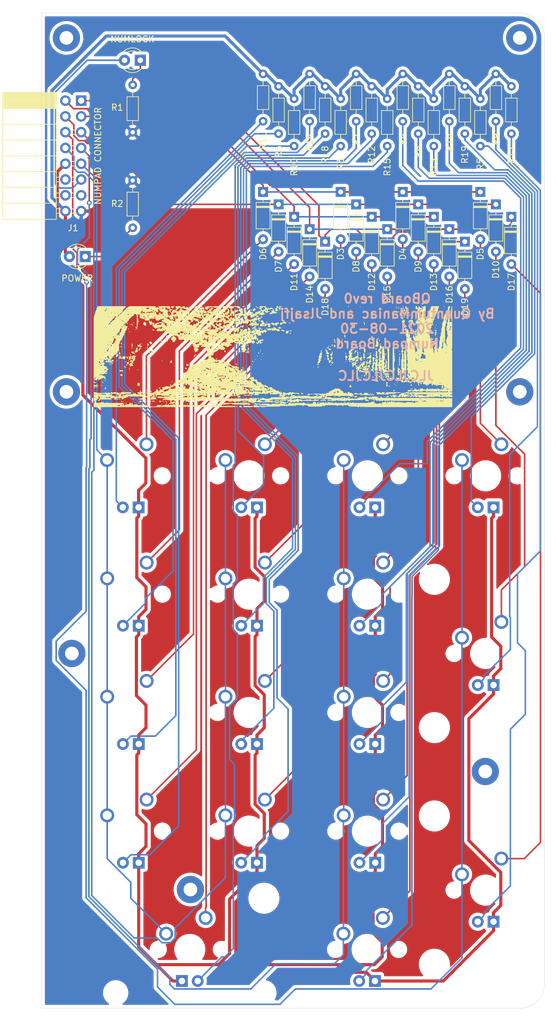
<source format=kicad_pcb>
(kicad_pcb (version 20171130) (host pcbnew "(5.1.5)-3")
  (layers (0 F.Cu signal) (31 B.Cu signal) (34 B.Paste user) (35 F.Paste user) (36 B.SilkS user) (37 F.SilkS user) (38 B.Mask user) (39 F.Mask user) (44 Edge.Cuts user))
  (net 0 "")
  (net 1 NUMLOCK)
  (net 2 "Net-(D1-Pad1)")
  (net 3 +5V)
  (net 4 "Net-(D2-Pad1)")
  (net 5 "Net-(D3-Pad2)")
  (net 6 row0)
  (net 7 "Net-(D4-Pad2)")
  (net 8 "Net-(D5-Pad2)")
  (net 9 "Net-(D6-Pad2)")
  (net 10 "Net-(D7-Pad2)")
  (net 11 row1)
  (net 12 "Net-(D8-Pad2)")
  (net 13 "Net-(D9-Pad2)")
  (net 14 "Net-(D10-Pad2)")
  (net 15 "Net-(D11-Pad2)")
  (net 16 row2)
  (net 17 "Net-(D12-Pad2)")
  (net 18 "Net-(D13-Pad2)")
  (net 19 "Net-(D14-Pad2)")
  (net 20 row3)
  (net 21 "Net-(D15-Pad2)")
  (net 22 "Net-(D16-Pad2)")
  (net 23 "Net-(D17-Pad2)")
  (net 24 "Net-(D18-Pad2)")
  (net 25 row4)
  (net 26 "Net-(D19-Pad2)")
  (net 27 GND)
  (net 28 "Net-(J1-Pad14)")
  (net 29 "Net-(J1-Pad13)")
  (net 30 "Net-(J1-Pad12)")
  (net 31 LEDGND)
  (net 32 col16)
  (net 33 col17)
  (net 34 col18)
  (net 35 col19)
  (net 36 "Net-(MX1-Pad3)")
  (net 37 "Net-(MX2-Pad3)")
  (net 38 "Net-(MX3-Pad3)")
  (net 39 "Net-(MX4-Pad3)")
  (net 40 "Net-(MX5-Pad3)")
  (net 41 "Net-(MX6-Pad3)")
  (net 42 "Net-(MX7-Pad3)")
  (net 43 "Net-(MX8-Pad3)")
  (net 44 "Net-(MX9-Pad3)")
  (net 45 "Net-(MX10-Pad3)")
  (net 46 "Net-(MX11-Pad3)")
  (net 47 "Net-(MX12-Pad3)")
  (net 48 "Net-(MX13-Pad3)")
  (net 49 "Net-(MX14-Pad3)")
  (net 50 "Net-(MX15-Pad3)")
  (net 51 "Net-(MX16-Pad3)")
  (net 52 "Net-(MX17-Pad3)")
  (module silkscreens:numpad_decor (layer F.Cu) (at 100.8 81.3)
    (fp_text reference G*** hide)
    (fp_text value LOGO hide)
  )
  (module MountingHole:MountingHole_2.2mm_M2_Pad (layer F.Cu) (at 140.55 86.975)
    (fp_text reference REF** hide)
    (fp_text value MountingHole_2.2mm_M2_Pad)
    (pad 1 thru_hole circle (at 0 0) (size 4.4 4.4) (drill 2.2) (layers *.Cu *.Mask))
  )
  (module MX_Only:MXOnly-1U (layer F.Cu) (at 96.95 100.5)
    (fp_text reference MX2)
    (fp_text value MX-LED)
    (pad "" np_thru_hole circle (at 5.08 0 48.0996) (size 1.75 1.75) (drill 1.75) (layers *.Cu *.Mask))
    (pad "" np_thru_hole circle (at -5.08 0 48.0996) (size 1.75 1.75) (drill 1.75) (layers *.Cu *.Mask))
    (pad 4 thru_hole rect (at 1.27 5.08) (size 1.905 1.905) (drill 1.04) (layers *.Cu B.Mask) (net 31 LEDGND))
    (pad 3 thru_hole circle (at -1.27 5.08) (size 1.905 1.905) (drill 1.04) (layers *.Cu B.Mask) (net 37 "Net-(MX2-Pad3)"))
    (pad 1 thru_hole circle (at -3.81 -2.54) (size 2.25 2.25) (drill 1.47) (layers *.Cu B.Mask) (net 33 col17))
    (pad "" np_thru_hole circle (at 0 0) (size 3.9878 3.9878) (drill 3.9878) (layers *.Cu *.Mask))
    (pad 2 thru_hole circle (at 2.54 -5.08) (size 2.25 2.25) (drill 1.47) (layers *.Cu B.Mask) (net 5 "Net-(D3-Pad2)"))
  )
  (module Diode_THT:D_DO-35_SOD27_P7.62mm_Horizontal (layer F.Cu) (at 131.7 62.8 270)
    (fp_text reference D19 (at 10.5 0 90) (layer F.SilkS))
    (fp_text value 1N4148)
    (pad 2 thru_hole oval (at 7.62 0 270) (size 1.6 1.6) (drill 0.8) (layers *.Cu *.Mask) (net 26 "Net-(D19-Pad2)"))
    (pad 1 thru_hole rect (at 0 0 270) (size 1.6 1.6) (drill 0.8) (layers *.Cu *.Mask) (net 25 row4))
  )
  (module Diode_THT:D_DO-35_SOD27_P7.62mm_Horizontal (layer F.Cu) (at 126.7 58.8 270)
    (fp_text reference D13 (at 10.5 0 90) (layer F.SilkS))
    (fp_text value 1N4148)
    (pad 2 thru_hole oval (at 7.62 0 270) (size 1.6 1.6) (drill 0.8) (layers *.Cu *.Mask) (net 18 "Net-(D13-Pad2)"))
    (pad 1 thru_hole rect (at 0 0 270) (size 1.6 1.6) (drill 0.8) (layers *.Cu *.Mask) (net 16 row2))
  )
  (module Diode_THT:D_DO-35_SOD27_P7.62mm_Horizontal (layer F.Cu) (at 124.2 56.8 270)
    (fp_text reference D9 (at 10 0 90) (layer F.SilkS))
    (fp_text value 1N4148)
    (pad 2 thru_hole oval (at 7.62 0 270) (size 1.6 1.6) (drill 0.8) (layers *.Cu *.Mask) (net 13 "Net-(D9-Pad2)"))
    (pad 1 thru_hole rect (at 0 0 270) (size 1.6 1.6) (drill 0.8) (layers *.Cu *.Mask) (net 11 row1))
  )
  (module Diode_THT:D_DO-35_SOD27_P7.62mm_Horizontal (layer F.Cu) (at 134.2 54.8 270)
    (fp_text reference D5 (at 10 0 90) (layer F.SilkS))
    (fp_text value 1N4148)
    (pad 2 thru_hole oval (at 7.62 0 270) (size 1.6 1.6) (drill 0.8) (layers *.Cu *.Mask) (net 8 "Net-(D5-Pad2)"))
    (pad 1 thru_hole rect (at 0 0 270) (size 1.6 1.6) (drill 0.8) (layers *.Cu *.Mask) (net 6 row0))
  )
  (module Diode_THT:D_DO-35_SOD27_P7.62mm_Horizontal (layer F.Cu) (at 109.2 62.8 270)
    (fp_text reference D18 (at 10.5 0 90) (layer F.SilkS))
    (fp_text value 1N4148)
    (pad 2 thru_hole oval (at 7.62 0 270) (size 1.6 1.6) (drill 0.8) (layers *.Cu *.Mask) (net 24 "Net-(D18-Pad2)"))
    (pad 1 thru_hole rect (at 0 0 270) (size 1.6 1.6) (drill 0.8) (layers *.Cu *.Mask) (net 25 row4))
  )
  (module Diode_THT:D_DO-35_SOD27_P7.62mm_Horizontal (layer F.Cu) (at 129.2 60.8 270)
    (fp_text reference D16 (at 10.5 0 90) (layer F.SilkS))
    (fp_text value 1N4148)
    (pad 2 thru_hole oval (at 7.62 0 270) (size 1.6 1.6) (drill 0.8) (layers *.Cu *.Mask) (net 22 "Net-(D16-Pad2)"))
    (pad 1 thru_hole rect (at 0 0 270) (size 1.6 1.6) (drill 0.8) (layers *.Cu *.Mask) (net 20 row3))
  )
  (module Diode_THT:D_DO-35_SOD27_P7.62mm_Horizontal (layer F.Cu) (at 104.2 58.8 270)
    (fp_text reference D11 (at 10.5 0 90) (layer F.SilkS))
    (fp_text value 1N4148)
    (pad 2 thru_hole oval (at 7.62 0 270) (size 1.6 1.6) (drill 0.8) (layers *.Cu *.Mask) (net 15 "Net-(D11-Pad2)"))
    (pad 1 thru_hole rect (at 0 0 270) (size 1.6 1.6) (drill 0.8) (layers *.Cu *.Mask) (net 16 row2))
  )
  (module Diode_THT:D_DO-35_SOD27_P7.62mm_Horizontal (layer F.Cu) (at 114.2 56.8 270)
    (fp_text reference D8 (at 10 0 90) (layer F.SilkS))
    (fp_text value 1N4148)
    (pad 2 thru_hole oval (at 7.62 0 270) (size 1.6 1.6) (drill 0.8) (layers *.Cu *.Mask) (net 12 "Net-(D8-Pad2)"))
    (pad 1 thru_hole rect (at 0 0 270) (size 1.6 1.6) (drill 0.8) (layers *.Cu *.Mask) (net 11 row1))
  )
  (module Diode_THT:D_DO-35_SOD27_P7.62mm_Horizontal (layer F.Cu) (at 99.2 54.8 270)
    (fp_text reference D6 (at 10 0 90) (layer F.SilkS))
    (fp_text value 1N4148)
    (pad 2 thru_hole oval (at 7.62 0 270) (size 1.6 1.6) (drill 0.8) (layers *.Cu *.Mask) (net 9 "Net-(D6-Pad2)"))
    (pad 1 thru_hole rect (at 0 0 270) (size 1.6 1.6) (drill 0.8) (layers *.Cu *.Mask) (net 6 row0))
  )
  (module Diode_THT:D_DO-35_SOD27_P7.62mm_Horizontal (layer F.Cu) (at 106.7 60.8 270)
    (fp_text reference D14 (at 10.5 0 90) (layer F.SilkS))
    (fp_text value 1N4148)
    (pad 2 thru_hole oval (at 7.62 0 270) (size 1.6 1.6) (drill 0.8) (layers *.Cu *.Mask) (net 19 "Net-(D14-Pad2)"))
    (pad 1 thru_hole rect (at 0 0 270) (size 1.6 1.6) (drill 0.8) (layers *.Cu *.Mask) (net 20 row3))
  )
  (module Diode_THT:D_DO-35_SOD27_P7.62mm_Horizontal (layer F.Cu) (at 139.2 58.8 270)
    (fp_text reference D17 (at 10.5 0 90) (layer F.SilkS))
    (fp_text value 1N4148)
    (pad 2 thru_hole oval (at 7.62 0 270) (size 1.6 1.6) (drill 0.8) (layers *.Cu *.Mask) (net 23 "Net-(D17-Pad2)"))
    (pad 1 thru_hole rect (at 0 0 270) (size 1.6 1.6) (drill 0.8) (layers *.Cu *.Mask) (net 20 row3))
  )
  (module Diode_THT:D_DO-35_SOD27_P7.62mm_Horizontal (layer F.Cu) (at 121.7 54.8 270)
    (fp_text reference D4 (at 10 0 90) (layer F.SilkS))
    (fp_text value 1N4148)
    (pad 2 thru_hole oval (at 7.62 0 270) (size 1.6 1.6) (drill 0.8) (layers *.Cu *.Mask) (net 7 "Net-(D4-Pad2)"))
    (pad 1 thru_hole rect (at 0 0 270) (size 1.6 1.6) (drill 0.8) (layers *.Cu *.Mask) (net 6 row0))
  )
  (module Diode_THT:D_DO-35_SOD27_P7.62mm_Horizontal (layer F.Cu) (at 101.7 56.8 270)
    (fp_text reference D7 (at 10 0 90) (layer F.SilkS))
    (fp_text value 1N4148)
    (pad 2 thru_hole oval (at 7.62 0 270) (size 1.6 1.6) (drill 0.8) (layers *.Cu *.Mask) (net 10 "Net-(D7-Pad2)"))
    (pad 1 thru_hole rect (at 0 0 270) (size 1.6 1.6) (drill 0.8) (layers *.Cu *.Mask) (net 11 row1))
  )
  (module Diode_THT:D_DO-35_SOD27_P7.62mm_Horizontal (layer F.Cu) (at 111.7 54.8 270)
    (fp_text reference D3 (at 10 0 90) (layer F.SilkS))
    (fp_text value 1N4148)
    (pad 2 thru_hole oval (at 7.62 0 270) (size 1.6 1.6) (drill 0.8) (layers *.Cu *.Mask) (net 5 "Net-(D3-Pad2)"))
    (pad 1 thru_hole rect (at 0 0 270) (size 1.6 1.6) (drill 0.8) (layers *.Cu *.Mask) (net 6 row0))
  )
  (module Diode_THT:D_DO-35_SOD27_P7.62mm_Horizontal (layer F.Cu) (at 136.7 56.8 270)
    (fp_text reference D10 (at 10.5 0 90) (layer F.SilkS))
    (fp_text value 1N4148)
    (pad 2 thru_hole oval (at 7.62 0 270) (size 1.6 1.6) (drill 0.8) (layers *.Cu *.Mask) (net 14 "Net-(D10-Pad2)"))
    (pad 1 thru_hole rect (at 0 0 270) (size 1.6 1.6) (drill 0.8) (layers *.Cu *.Mask) (net 11 row1))
  )
  (module Diode_THT:D_DO-35_SOD27_P7.62mm_Horizontal (layer F.Cu) (at 116.7 58.8 270)
    (fp_text reference D12 (at 10.5 0 90) (layer F.SilkS))
    (fp_text value 1N4148)
    (pad 2 thru_hole oval (at 7.62 0 270) (size 1.6 1.6) (drill 0.8) (layers *.Cu *.Mask) (net 17 "Net-(D12-Pad2)"))
    (pad 1 thru_hole rect (at 0 0 270) (size 1.6 1.6) (drill 0.8) (layers *.Cu *.Mask) (net 16 row2))
  )
  (module Diode_THT:D_DO-35_SOD27_P7.62mm_Horizontal (layer F.Cu) (at 119.2 60.8 270)
    (fp_text reference D15 (at 10.5 0 90) (layer F.SilkS))
    (fp_text value 1N4148)
    (pad 2 thru_hole oval (at 7.62 0 270) (size 1.6 1.6) (drill 0.8) (layers *.Cu *.Mask) (net 21 "Net-(D15-Pad2)"))
    (pad 1 thru_hole rect (at 0 0 270) (size 1.6 1.6) (drill 0.8) (layers *.Cu *.Mask) (net 20 row3))
  )
  (module Resistor_THT:R_Axial_DIN0204_L3.6mm_D1.6mm_P7.62mm_Horizontal (layer F.Cu) (at 78.2 45.2 90)
    (fp_text reference R1 (at 4 -2.5 180) (layer F.SilkS))
    (fp_text value 1.5k)
    (pad 2 thru_hole oval (at 7.62 0 90) (size 1.4 1.4) (drill 0.7) (layers *.Cu *.Mask) (net 2 "Net-(D1-Pad1)"))
    (pad 1 thru_hole circle (at 0 0 90) (size 1.4 1.4) (drill 0.7) (layers *.Cu *.Mask) (net 27 GND))
  )
  (module MountingHole:MountingHole_2.2mm_M2_Pad (layer F.Cu) (at 67.525 30)
    (fp_text reference REF** hide)
    (fp_text value MountingHole_2.2mm_M2_Pad)
    (pad 1 thru_hole circle (at 0 0) (size 4.4 4.4) (drill 2.2) (layers *.Cu *.Mask))
  )
  (module MountingHole:MountingHole_2.2mm_M2_Pad (layer F.Cu) (at 68.4 129.1)
    (fp_text reference REF** hide)
    (fp_text value MountingHole_2.2mm_M2_Pad)
    (pad 1 thru_hole circle (at 0 0) (size 4.4 4.4) (drill 2.2) (layers *.Cu *.Mask))
  )
  (module MountingHole:MountingHole_2.2mm_M2_Pad (layer F.Cu) (at 87.5 167.1)
    (fp_text reference REF** hide)
    (fp_text value MountingHole_2.2mm_M2_Pad)
    (pad 1 thru_hole circle (at 0 0) (size 4.4 4.4) (drill 2.2) (layers *.Cu *.Mask))
  )
  (module MountingHole:MountingHole_2.2mm_M2_Pad (layer F.Cu) (at 135 148.1)
    (fp_text reference REF** hide)
    (fp_text value MountingHole_2.2mm_M2_Pad)
    (pad 1 thru_hole circle (at 0 0) (size 4.4 4.4) (drill 2.2) (layers *.Cu *.Mask))
  )
  (module MountingHole:MountingHole_2.2mm_M2_Pad (layer F.Cu) (at 67.525 86.975)
    (fp_text reference REF** hide)
    (fp_text value MountingHole_2.2mm_M2_Pad)
    (pad 1 thru_hole circle (at 0 0) (size 4.4 4.4) (drill 2.2) (layers *.Cu *.Mask))
  )
  (module MountingHole:MountingHole_2.2mm_M2_Pad (layer F.Cu) (at 140.55 30)
    (fp_text reference REF** hide)
    (fp_text value MountingHole_2.2mm_M2_Pad)
    (pad 1 thru_hole circle (at 0 0) (size 4.4 4.4) (drill 2.2) (layers *.Cu *.Mask))
  )
  (module Resistor_THT:R_Axial_DIN0204_L3.6mm_D1.6mm_P7.62mm_Horizontal (layer F.Cu) (at 131.7 45.42 90)
    (fp_text reference R19 (at -3.38 0 90) (layer F.SilkS))
    (fp_text value 470)
    (pad 2 thru_hole oval (at 7.62 0 90) (size 1.4 1.4) (drill 0.7) (layers *.Cu *.Mask) (net 3 +5V))
    (pad 1 thru_hole circle (at 0 0 90) (size 1.4 1.4) (drill 0.7) (layers *.Cu *.Mask) (net 52 "Net-(MX17-Pad3)"))
  )
  (module Resistor_THT:R_Axial_DIN0204_L3.6mm_D1.6mm_P7.62mm_Horizontal (layer F.Cu) (at 109.2 45.42 90)
    (fp_text reference R18 (at -3.38 0 90) (layer F.SilkS))
    (fp_text value 470)
    (pad 2 thru_hole oval (at 7.62 0 90) (size 1.4 1.4) (drill 0.7) (layers *.Cu *.Mask) (net 3 +5V))
    (pad 1 thru_hole circle (at 0 0 90) (size 1.4 1.4) (drill 0.7) (layers *.Cu *.Mask) (net 51 "Net-(MX16-Pad3)"))
  )
  (module Resistor_THT:R_Axial_DIN0204_L3.6mm_D1.6mm_P7.62mm_Horizontal (layer F.Cu) (at 139.2 45.42 90)
    (fp_text reference R17 (at -3.38 0 90) (layer F.SilkS))
    (fp_text value 470)
    (pad 2 thru_hole oval (at 7.62 0 90) (size 1.4 1.4) (drill 0.7) (layers *.Cu *.Mask) (net 3 +5V))
    (pad 1 thru_hole circle (at 0 0 90) (size 1.4 1.4) (drill 0.7) (layers *.Cu *.Mask) (net 50 "Net-(MX15-Pad3)"))
  )
  (module Resistor_THT:R_Axial_DIN0204_L3.6mm_D1.6mm_P7.62mm_Horizontal (layer F.Cu) (at 129.2 43.42 90)
    (fp_text reference R16 (at -3.38 0 90) (layer F.SilkS))
    (fp_text value 470)
    (pad 2 thru_hole oval (at 7.62 0 90) (size 1.4 1.4) (drill 0.7) (layers *.Cu *.Mask) (net 3 +5V))
    (pad 1 thru_hole circle (at 0 0 90) (size 1.4 1.4) (drill 0.7) (layers *.Cu *.Mask) (net 49 "Net-(MX14-Pad3)"))
  )
  (module Resistor_THT:R_Axial_DIN0204_L3.6mm_D1.6mm_P7.62mm_Horizontal (layer F.Cu) (at 119.2 47.42 90)
    (fp_text reference R15 (at -3.38 0 90) (layer F.SilkS))
    (fp_text value 470)
    (pad 2 thru_hole oval (at 7.62 0 90) (size 1.4 1.4) (drill 0.7) (layers *.Cu *.Mask) (net 3 +5V))
    (pad 1 thru_hole circle (at 0 0 90) (size 1.4 1.4) (drill 0.7) (layers *.Cu *.Mask) (net 48 "Net-(MX13-Pad3)"))
  )
  (module Resistor_THT:R_Axial_DIN0204_L3.6mm_D1.6mm_P7.62mm_Horizontal (layer F.Cu) (at 106.7 43.42 90)
    (fp_text reference R14 (at -3.38 0 90) (layer F.SilkS))
    (fp_text value 470)
    (pad 2 thru_hole oval (at 7.62 0 90) (size 1.4 1.4) (drill 0.7) (layers *.Cu *.Mask) (net 3 +5V))
    (pad 1 thru_hole circle (at 0 0 90) (size 1.4 1.4) (drill 0.7) (layers *.Cu *.Mask) (net 47 "Net-(MX12-Pad3)"))
  )
  (module Resistor_THT:R_Axial_DIN0204_L3.6mm_D1.6mm_P7.62mm_Horizontal (layer F.Cu) (at 126.7 47.42 90)
    (fp_text reference R13 (at -3.38 0 90) (layer F.SilkS))
    (fp_text value 470)
    (pad 2 thru_hole oval (at 7.62 0 90) (size 1.4 1.4) (drill 0.7) (layers *.Cu *.Mask) (net 3 +5V))
    (pad 1 thru_hole circle (at 0 0 90) (size 1.4 1.4) (drill 0.7) (layers *.Cu *.Mask) (net 46 "Net-(MX11-Pad3)"))
  )
  (module Resistor_THT:R_Axial_DIN0204_L3.6mm_D1.6mm_P7.62mm_Horizontal (layer F.Cu) (at 116.7 45.42 90)
    (fp_text reference R12 (at -3.38 0 90) (layer F.SilkS))
    (fp_text value 470)
    (pad 2 thru_hole oval (at 7.62 0 90) (size 1.4 1.4) (drill 0.7) (layers *.Cu *.Mask) (net 3 +5V))
    (pad 1 thru_hole circle (at 0 0 90) (size 1.4 1.4) (drill 0.7) (layers *.Cu *.Mask) (net 45 "Net-(MX10-Pad3)"))
  )
  (module Resistor_THT:R_Axial_DIN0204_L3.6mm_D1.6mm_P7.62mm_Horizontal (layer F.Cu) (at 99.2 43.42 90)
    (fp_text reference R11 (at -3.18 0 90) (layer F.SilkS))
    (fp_text value 470)
    (pad 2 thru_hole oval (at 7.62 0 90) (size 1.4 1.4) (drill 0.7) (layers *.Cu *.Mask) (net 3 +5V))
    (pad 1 thru_hole circle (at 0 0 90) (size 1.4 1.4) (drill 0.7) (layers *.Cu *.Mask) (net 36 "Net-(MX1-Pad3)"))
  )
  (module Resistor_THT:R_Axial_DIN0204_L3.6mm_D1.6mm_P7.62mm_Horizontal (layer F.Cu) (at 104.2 47.42 90)
    (fp_text reference R10 (at -3.38 0 90) (layer F.SilkS))
    (fp_text value 470)
    (pad 2 thru_hole oval (at 7.62 0 90) (size 1.4 1.4) (drill 0.7) (layers *.Cu *.Mask) (net 3 +5V))
    (pad 1 thru_hole circle (at 0 0 90) (size 1.4 1.4) (drill 0.7) (layers *.Cu *.Mask) (net 44 "Net-(MX9-Pad3)"))
  )
  (module Resistor_THT:R_Axial_DIN0204_L3.6mm_D1.6mm_P7.62mm_Horizontal (layer F.Cu) (at 136.7 43.42 90)
    (fp_text reference R9 (at -2.88 0 90) (layer F.SilkS))
    (fp_text value 470)
    (pad 2 thru_hole oval (at 7.62 0 90) (size 1.4 1.4) (drill 0.7) (layers *.Cu *.Mask) (net 3 +5V))
    (pad 1 thru_hole circle (at 0 0 90) (size 1.4 1.4) (drill 0.7) (layers *.Cu *.Mask) (net 43 "Net-(MX8-Pad3)"))
  )
  (module Resistor_THT:R_Axial_DIN0204_L3.6mm_D1.6mm_P7.62mm_Horizontal (layer F.Cu) (at 124.2 45.42 90)
    (fp_text reference R8 (at -2.88 0 90) (layer F.SilkS))
    (fp_text value 470)
    (pad 2 thru_hole oval (at 7.62 0 90) (size 1.4 1.4) (drill 0.7) (layers *.Cu *.Mask) (net 3 +5V))
    (pad 1 thru_hole circle (at 0 0 90) (size 1.4 1.4) (drill 0.7) (layers *.Cu *.Mask) (net 42 "Net-(MX7-Pad3)"))
  )
  (module Resistor_THT:R_Axial_DIN0204_L3.6mm_D1.6mm_P7.62mm_Horizontal (layer F.Cu) (at 114.2 43.42 90)
    (fp_text reference R7 (at -2.88 0 90) (layer F.SilkS))
    (fp_text value 470)
    (pad 2 thru_hole oval (at 7.62 0 90) (size 1.4 1.4) (drill 0.7) (layers *.Cu *.Mask) (net 3 +5V))
    (pad 1 thru_hole circle (at 0 0 90) (size 1.4 1.4) (drill 0.7) (layers *.Cu *.Mask) (net 41 "Net-(MX6-Pad3)"))
  )
  (module Resistor_THT:R_Axial_DIN0204_L3.6mm_D1.6mm_P7.62mm_Horizontal (layer F.Cu) (at 101.7 45.42 90)
    (fp_text reference R6 (at -2.88 0 90) (layer F.SilkS))
    (fp_text value 470)
    (pad 2 thru_hole oval (at 7.62 0 90) (size 1.4 1.4) (drill 0.7) (layers *.Cu *.Mask) (net 3 +5V))
    (pad 1 thru_hole circle (at 0 0 90) (size 1.4 1.4) (drill 0.7) (layers *.Cu *.Mask) (net 40 "Net-(MX5-Pad3)"))
  )
  (module Resistor_THT:R_Axial_DIN0204_L3.6mm_D1.6mm_P7.62mm_Horizontal (layer F.Cu) (at 134.2 47.42 90)
    (fp_text reference R5 (at -2.88 0 90) (layer F.SilkS))
    (fp_text value 470)
    (pad 2 thru_hole oval (at 7.62 0 90) (size 1.4 1.4) (drill 0.7) (layers *.Cu *.Mask) (net 3 +5V))
    (pad 1 thru_hole circle (at 0 0 90) (size 1.4 1.4) (drill 0.7) (layers *.Cu *.Mask) (net 39 "Net-(MX4-Pad3)"))
  )
  (module Resistor_THT:R_Axial_DIN0204_L3.6mm_D1.6mm_P7.62mm_Horizontal (layer F.Cu) (at 121.7 43.42 90)
    (fp_text reference R4 (at -2.88 0 90) (layer F.SilkS))
    (fp_text value 470)
    (pad 2 thru_hole oval (at 7.62 0 90) (size 1.4 1.4) (drill 0.7) (layers *.Cu *.Mask) (net 3 +5V))
    (pad 1 thru_hole circle (at 0 0 90) (size 1.4 1.4) (drill 0.7) (layers *.Cu *.Mask) (net 38 "Net-(MX3-Pad3)"))
  )
  (module Resistor_THT:R_Axial_DIN0204_L3.6mm_D1.6mm_P7.62mm_Horizontal (layer F.Cu) (at 111.7 47.42 90)
    (fp_text reference R3 (at -2.88 0 90) (layer F.SilkS))
    (fp_text value 470)
    (pad 2 thru_hole oval (at 7.62 0 90) (size 1.4 1.4) (drill 0.7) (layers *.Cu *.Mask) (net 3 +5V))
    (pad 1 thru_hole circle (at 0 0 90) (size 1.4 1.4) (drill 0.7) (layers *.Cu *.Mask) (net 37 "Net-(MX2-Pad3)"))
  )
  (module Resistor_THT:R_Axial_DIN0204_L3.6mm_D1.6mm_P7.62mm_Horizontal (layer F.Cu) (at 78.2 52.95 270)
    (fp_text reference R2 (at 3.75 2.5 180) (layer F.SilkS))
    (fp_text value 1.5k)
    (pad 2 thru_hole oval (at 7.62 0 270) (size 1.4 1.4) (drill 0.7) (layers *.Cu *.Mask) (net 4 "Net-(D2-Pad1)"))
    (pad 1 thru_hole circle (at 0 0 270) (size 1.4 1.4) (drill 0.7) (layers *.Cu *.Mask) (net 27 GND))
  )
  (module MX_Only:MXOnly-1U (layer F.Cu) (at 115.95 176.75)
    (fp_text reference MX17)
    (fp_text value MX-LED)
    (pad "" np_thru_hole circle (at 5.08 0 48.0996) (size 1.75 1.75) (drill 1.75) (layers *.Cu *.Mask))
    (pad "" np_thru_hole circle (at -5.08 0 48.0996) (size 1.75 1.75) (drill 1.75) (layers *.Cu *.Mask))
    (pad 4 thru_hole rect (at 1.27 5.08) (size 1.905 1.905) (drill 1.04) (layers *.Cu B.Mask) (net 31 LEDGND))
    (pad 3 thru_hole circle (at -1.27 5.08) (size 1.905 1.905) (drill 1.04) (layers *.Cu B.Mask) (net 52 "Net-(MX17-Pad3)"))
    (pad 1 thru_hole circle (at -3.81 -2.54) (size 2.25 2.25) (drill 1.47) (layers *.Cu B.Mask) (net 34 col18))
    (pad "" np_thru_hole circle (at 0 0) (size 3.9878 3.9878) (drill 3.9878) (layers *.Cu *.Mask))
    (pad 2 thru_hole circle (at 2.54 -5.08) (size 2.25 2.25) (drill 1.47) (layers *.Cu B.Mask) (net 26 "Net-(D19-Pad2)"))
  )
  (module MX_Only:MXOnly-2U-FLIPPED-ReversedStabilizers (layer F.Cu) (at 87.4 176.75)
    (fp_text reference MX16)
    (fp_text value MX-LED)
    (pad "" np_thru_hole circle (at 11.938 -8.255) (size 3.9878 3.9878) (drill 3.9878) (layers *.Cu *.Mask))
    (pad "" np_thru_hole circle (at -11.938 -8.255) (size 3.9878 3.9878) (drill 3.9878) (layers *.Cu *.Mask))
    (pad "" np_thru_hole circle (at 11.938 6.985) (size 3.048 3.048) (drill 3.048) (layers *.Cu *.Mask))
    (pad "" np_thru_hole circle (at -11.938 6.985) (size 3.048 3.048) (drill 3.048) (layers *.Cu *.Mask))
    (pad "" np_thru_hole circle (at 5.08 0 48.0996) (size 1.75 1.75) (drill 1.75) (layers *.Cu *.Mask))
    (pad "" np_thru_hole circle (at -5.08 0 48.0996) (size 1.75 1.75) (drill 1.75) (layers *.Cu *.Mask))
    (pad 4 thru_hole rect (at -1.27 5.08) (size 1.905 1.905) (drill 1.04) (layers *.Cu B.Mask) (net 31 LEDGND))
    (pad 3 thru_hole circle (at 1.27 5.08) (size 1.905 1.905) (drill 1.04) (layers *.Cu B.Mask) (net 51 "Net-(MX16-Pad3)"))
    (pad 1 thru_hole circle (at -3.81 -2.54) (size 2.25 2.25) (drill 1.47) (layers *.Cu B.Mask) (net 32 col16))
    (pad "" np_thru_hole circle (at 0 0) (size 3.9878 3.9878) (drill 3.9878) (layers *.Cu *.Mask))
    (pad 2 thru_hole circle (at 2.54 -5.08) (size 2.25 2.25) (drill 1.47) (layers *.Cu B.Mask) (net 24 "Net-(D18-Pad2)"))
  )
  (module MX_Only:MXOnly-2U-ReversedVerticalStabilizers (layer F.Cu) (at 135.05 167.2)
    (fp_text reference MX15)
    (fp_text value MX-LED hide)
    (pad 3 thru_hole circle (at -1.27 5.08) (size 1.905 1.905) (drill 1.04) (layers *.Cu B.Mask) (net 50 "Net-(MX15-Pad3)"))
    (pad 4 thru_hole rect (at 1.27 5.08) (size 1.905 1.905) (drill 1.04) (layers *.Cu B.Mask) (net 31 LEDGND))
    (pad 1 thru_hole circle (at -3.81 -2.54) (size 2.25 2.25) (drill 1.47) (layers *.Cu B.Mask) (net 35 col19))
    (pad "" np_thru_hole circle (at 0 0) (size 3.9878 3.9878) (drill 3.9878) (layers *.Cu *.Mask))
    (pad "" np_thru_hole circle (at 5.08 0 48.0996) (size 1.75 1.75) (drill 1.75) (layers *.Cu *.Mask))
    (pad "" np_thru_hole circle (at -8.255 -11.938 90) (size 3.9878 3.9878) (drill 3.9878) (layers *.Cu *.Mask))
    (pad 2 thru_hole circle (at 2.54 -5.08) (size 2.25 2.25) (drill 1.47) (layers *.Cu B.Mask) (net 23 "Net-(D17-Pad2)"))
    (pad "" np_thru_hole circle (at 6.985 -11.938 180) (size 3.048 3.048) (drill 3.048) (layers *.Cu *.Mask))
    (pad "" np_thru_hole circle (at -8.255 11.938 90) (size 3.9878 3.9878) (drill 3.9878) (layers *.Cu *.Mask))
    (pad "" np_thru_hole circle (at -5.08 0 48.0996) (size 1.75 1.75) (drill 1.75) (layers *.Cu *.Mask))
    (pad "" np_thru_hole circle (at 6.985 11.938 90) (size 3.048 3.048) (drill 3.048) (layers *.Cu *.Mask))
  )
  (module MX_Only:MXOnly-1U (layer F.Cu) (at 116 157.7)
    (fp_text reference MX14)
    (fp_text value MX-LED)
    (pad "" np_thru_hole circle (at 5.08 0 48.0996) (size 1.75 1.75) (drill 1.75) (layers *.Cu *.Mask))
    (pad "" np_thru_hole circle (at -5.08 0 48.0996) (size 1.75 1.75) (drill 1.75) (layers *.Cu *.Mask))
    (pad 4 thru_hole rect (at 1.27 5.08) (size 1.905 1.905) (drill 1.04) (layers *.Cu B.Mask) (net 31 LEDGND))
    (pad 3 thru_hole circle (at -1.27 5.08) (size 1.905 1.905) (drill 1.04) (layers *.Cu B.Mask) (net 49 "Net-(MX14-Pad3)"))
    (pad 1 thru_hole circle (at -3.81 -2.54) (size 2.25 2.25) (drill 1.47) (layers *.Cu B.Mask) (net 34 col18))
    (pad "" np_thru_hole circle (at 0 0) (size 3.9878 3.9878) (drill 3.9878) (layers *.Cu *.Mask))
    (pad 2 thru_hole circle (at 2.54 -5.08) (size 2.25 2.25) (drill 1.47) (layers *.Cu B.Mask) (net 22 "Net-(D16-Pad2)"))
  )
  (module MX_Only:MXOnly-1U (layer F.Cu) (at 96.95 157.7)
    (fp_text reference MX13)
    (fp_text value MX-LED)
    (pad "" np_thru_hole circle (at 5.08 0 48.0996) (size 1.75 1.75) (drill 1.75) (layers *.Cu *.Mask))
    (pad "" np_thru_hole circle (at -5.08 0 48.0996) (size 1.75 1.75) (drill 1.75) (layers *.Cu *.Mask))
    (pad 4 thru_hole rect (at 1.27 5.08) (size 1.905 1.905) (drill 1.04) (layers *.Cu B.Mask) (net 31 LEDGND))
    (pad 3 thru_hole circle (at -1.27 5.08) (size 1.905 1.905) (drill 1.04) (layers *.Cu B.Mask) (net 48 "Net-(MX13-Pad3)"))
    (pad 1 thru_hole circle (at -3.81 -2.54) (size 2.25 2.25) (drill 1.47) (layers *.Cu B.Mask) (net 33 col17))
    (pad "" np_thru_hole circle (at 0 0) (size 3.9878 3.9878) (drill 3.9878) (layers *.Cu *.Mask))
    (pad 2 thru_hole circle (at 2.54 -5.08) (size 2.25 2.25) (drill 1.47) (layers *.Cu B.Mask) (net 21 "Net-(D15-Pad2)"))
  )
  (module MX_Only:MXOnly-1U (layer F.Cu) (at 77.9 157.7)
    (fp_text reference MX12)
    (fp_text value MX-LED)
    (pad "" np_thru_hole circle (at 5.08 0 48.0996) (size 1.75 1.75) (drill 1.75) (layers *.Cu *.Mask))
    (pad "" np_thru_hole circle (at -5.08 0 48.0996) (size 1.75 1.75) (drill 1.75) (layers *.Cu *.Mask))
    (pad 4 thru_hole rect (at 1.27 5.08) (size 1.905 1.905) (drill 1.04) (layers *.Cu B.Mask) (net 31 LEDGND))
    (pad 3 thru_hole circle (at -1.27 5.08) (size 1.905 1.905) (drill 1.04) (layers *.Cu B.Mask) (net 47 "Net-(MX12-Pad3)"))
    (pad 1 thru_hole circle (at -3.81 -2.54) (size 2.25 2.25) (drill 1.47) (layers *.Cu B.Mask) (net 32 col16))
    (pad "" np_thru_hole circle (at 0 0) (size 3.9878 3.9878) (drill 3.9878) (layers *.Cu *.Mask))
    (pad 2 thru_hole circle (at 2.54 -5.08) (size 2.25 2.25) (drill 1.47) (layers *.Cu B.Mask) (net 19 "Net-(D14-Pad2)"))
  )
  (module MX_Only:MXOnly-1U (layer F.Cu) (at 116 138.6)
    (fp_text reference MX11)
    (fp_text value MX-LED)
    (pad "" np_thru_hole circle (at 5.08 0 48.0996) (size 1.75 1.75) (drill 1.75) (layers *.Cu *.Mask))
    (pad "" np_thru_hole circle (at -5.08 0 48.0996) (size 1.75 1.75) (drill 1.75) (layers *.Cu *.Mask))
    (pad 4 thru_hole rect (at 1.27 5.08) (size 1.905 1.905) (drill 1.04) (layers *.Cu B.Mask) (net 31 LEDGND))
    (pad 3 thru_hole circle (at -1.27 5.08) (size 1.905 1.905) (drill 1.04) (layers *.Cu B.Mask) (net 46 "Net-(MX11-Pad3)"))
    (pad 1 thru_hole circle (at -3.81 -2.54) (size 2.25 2.25) (drill 1.47) (layers *.Cu B.Mask) (net 34 col18))
    (pad "" np_thru_hole circle (at 0 0) (size 3.9878 3.9878) (drill 3.9878) (layers *.Cu *.Mask))
    (pad 2 thru_hole circle (at 2.54 -5.08) (size 2.25 2.25) (drill 1.47) (layers *.Cu B.Mask) (net 18 "Net-(D13-Pad2)"))
  )
  (module MX_Only:MXOnly-1U (layer F.Cu) (at 96.95 138.6)
    (fp_text reference MX10)
    (fp_text value MX-LED)
    (pad "" np_thru_hole circle (at 5.08 0 48.0996) (size 1.75 1.75) (drill 1.75) (layers *.Cu *.Mask))
    (pad "" np_thru_hole circle (at -5.08 0 48.0996) (size 1.75 1.75) (drill 1.75) (layers *.Cu *.Mask))
    (pad 4 thru_hole rect (at 1.27 5.08) (size 1.905 1.905) (drill 1.04) (layers *.Cu B.Mask) (net 31 LEDGND))
    (pad 3 thru_hole circle (at -1.27 5.08) (size 1.905 1.905) (drill 1.04) (layers *.Cu B.Mask) (net 45 "Net-(MX10-Pad3)"))
    (pad 1 thru_hole circle (at -3.81 -2.54) (size 2.25 2.25) (drill 1.47) (layers *.Cu B.Mask) (net 33 col17))
    (pad "" np_thru_hole circle (at 0 0) (size 3.9878 3.9878) (drill 3.9878) (layers *.Cu *.Mask))
    (pad 2 thru_hole circle (at 2.54 -5.08) (size 2.25 2.25) (drill 1.47) (layers *.Cu B.Mask) (net 17 "Net-(D12-Pad2)"))
  )
  (module MX_Only:MXOnly-1U (layer F.Cu) (at 77.9 138.6)
    (fp_text reference MX9)
    (fp_text value MX-LED)
    (pad "" np_thru_hole circle (at 5.08 0 48.0996) (size 1.75 1.75) (drill 1.75) (layers *.Cu *.Mask))
    (pad "" np_thru_hole circle (at -5.08 0 48.0996) (size 1.75 1.75) (drill 1.75) (layers *.Cu *.Mask))
    (pad 4 thru_hole rect (at 1.27 5.08) (size 1.905 1.905) (drill 1.04) (layers *.Cu B.Mask) (net 31 LEDGND))
    (pad 3 thru_hole circle (at -1.27 5.08) (size 1.905 1.905) (drill 1.04) (layers *.Cu B.Mask) (net 44 "Net-(MX9-Pad3)"))
    (pad 1 thru_hole circle (at -3.81 -2.54) (size 2.25 2.25) (drill 1.47) (layers *.Cu B.Mask) (net 32 col16))
    (pad "" np_thru_hole circle (at 0 0) (size 3.9878 3.9878) (drill 3.9878) (layers *.Cu *.Mask))
    (pad 2 thru_hole circle (at 2.54 -5.08) (size 2.25 2.25) (drill 1.47) (layers *.Cu B.Mask) (net 15 "Net-(D11-Pad2)"))
  )
  (module MX_Only:MXOnly-2U-ReversedVerticalStabilizers (layer F.Cu) (at 135.05 129.1)
    (fp_text reference MX8)
    (fp_text value MX-LED hide)
    (pad 3 thru_hole circle (at -1.27 5.08) (size 1.905 1.905) (drill 1.04) (layers *.Cu B.Mask) (net 43 "Net-(MX8-Pad3)"))
    (pad 4 thru_hole rect (at 1.27 5.08) (size 1.905 1.905) (drill 1.04) (layers *.Cu B.Mask) (net 31 LEDGND))
    (pad 1 thru_hole circle (at -3.81 -2.54) (size 2.25 2.25) (drill 1.47) (layers *.Cu B.Mask) (net 35 col19))
    (pad "" np_thru_hole circle (at 0 0) (size 3.9878 3.9878) (drill 3.9878) (layers *.Cu *.Mask))
    (pad "" np_thru_hole circle (at 5.08 0 48.0996) (size 1.75 1.75) (drill 1.75) (layers *.Cu *.Mask))
    (pad "" np_thru_hole circle (at -8.255 -11.938 90) (size 3.9878 3.9878) (drill 3.9878) (layers *.Cu *.Mask))
    (pad 2 thru_hole circle (at 2.54 -5.08) (size 2.25 2.25) (drill 1.47) (layers *.Cu B.Mask) (net 14 "Net-(D10-Pad2)"))
    (pad "" np_thru_hole circle (at 6.985 -11.938 180) (size 3.048 3.048) (drill 3.048) (layers *.Cu *.Mask))
    (pad "" np_thru_hole circle (at -8.255 11.938 90) (size 3.9878 3.9878) (drill 3.9878) (layers *.Cu *.Mask))
    (pad "" np_thru_hole circle (at -5.08 0 48.0996) (size 1.75 1.75) (drill 1.75) (layers *.Cu *.Mask))
    (pad "" np_thru_hole circle (at 6.985 11.938 90) (size 3.048 3.048) (drill 3.048) (layers *.Cu *.Mask))
  )
  (module MX_Only:MXOnly-1U (layer F.Cu) (at 116 119.55)
    (fp_text reference MX7)
    (fp_text value MX-LED)
    (pad "" np_thru_hole circle (at 5.08 0 48.0996) (size 1.75 1.75) (drill 1.75) (layers *.Cu *.Mask))
    (pad "" np_thru_hole circle (at -5.08 0 48.0996) (size 1.75 1.75) (drill 1.75) (layers *.Cu *.Mask))
    (pad 4 thru_hole rect (at 1.27 5.08) (size 1.905 1.905) (drill 1.04) (layers *.Cu B.Mask) (net 31 LEDGND))
    (pad 3 thru_hole circle (at -1.27 5.08) (size 1.905 1.905) (drill 1.04) (layers *.Cu B.Mask) (net 42 "Net-(MX7-Pad3)"))
    (pad 1 thru_hole circle (at -3.81 -2.54) (size 2.25 2.25) (drill 1.47) (layers *.Cu B.Mask) (net 34 col18))
    (pad "" np_thru_hole circle (at 0 0) (size 3.9878 3.9878) (drill 3.9878) (layers *.Cu *.Mask))
    (pad 2 thru_hole circle (at 2.54 -5.08) (size 2.25 2.25) (drill 1.47) (layers *.Cu B.Mask) (net 13 "Net-(D9-Pad2)"))
  )
  (module MX_Only:MXOnly-1U (layer F.Cu) (at 96.95 119.55)
    (fp_text reference MX6)
    (fp_text value MX-LED)
    (pad "" np_thru_hole circle (at 5.08 0 48.0996) (size 1.75 1.75) (drill 1.75) (layers *.Cu *.Mask))
    (pad "" np_thru_hole circle (at -5.08 0 48.0996) (size 1.75 1.75) (drill 1.75) (layers *.Cu *.Mask))
    (pad 4 thru_hole rect (at 1.27 5.08) (size 1.905 1.905) (drill 1.04) (layers *.Cu B.Mask) (net 31 LEDGND))
    (pad 3 thru_hole circle (at -1.27 5.08) (size 1.905 1.905) (drill 1.04) (layers *.Cu B.Mask) (net 41 "Net-(MX6-Pad3)"))
    (pad 1 thru_hole circle (at -3.81 -2.54) (size 2.25 2.25) (drill 1.47) (layers *.Cu B.Mask) (net 33 col17))
    (pad "" np_thru_hole circle (at 0 0) (size 3.9878 3.9878) (drill 3.9878) (layers *.Cu *.Mask))
    (pad 2 thru_hole circle (at 2.54 -5.08) (size 2.25 2.25) (drill 1.47) (layers *.Cu B.Mask) (net 12 "Net-(D8-Pad2)"))
  )
  (module MX_Only:MXOnly-1U (layer F.Cu) (at 77.9 119.55)
    (fp_text reference MX5)
    (fp_text value MX-LED)
    (pad "" np_thru_hole circle (at 5.08 0 48.0996) (size 1.75 1.75) (drill 1.75) (layers *.Cu *.Mask))
    (pad "" np_thru_hole circle (at -5.08 0 48.0996) (size 1.75 1.75) (drill 1.75) (layers *.Cu *.Mask))
    (pad 4 thru_hole rect (at 1.27 5.08) (size 1.905 1.905) (drill 1.04) (layers *.Cu B.Mask) (net 31 LEDGND))
    (pad 3 thru_hole circle (at -1.27 5.08) (size 1.905 1.905) (drill 1.04) (layers *.Cu B.Mask) (net 40 "Net-(MX5-Pad3)"))
    (pad 1 thru_hole circle (at -3.81 -2.54) (size 2.25 2.25) (drill 1.47) (layers *.Cu B.Mask) (net 32 col16))
    (pad "" np_thru_hole circle (at 0 0) (size 3.9878 3.9878) (drill 3.9878) (layers *.Cu *.Mask))
    (pad 2 thru_hole circle (at 2.54 -5.08) (size 2.25 2.25) (drill 1.47) (layers *.Cu B.Mask) (net 10 "Net-(D7-Pad2)"))
  )
  (module MX_Only:MXOnly-1U (layer F.Cu) (at 135.05 100.5)
    (fp_text reference MX4)
    (fp_text value MX-LED)
    (pad "" np_thru_hole circle (at 5.08 0 48.0996) (size 1.75 1.75) (drill 1.75) (layers *.Cu *.Mask))
    (pad "" np_thru_hole circle (at -5.08 0 48.0996) (size 1.75 1.75) (drill 1.75) (layers *.Cu *.Mask))
    (pad 4 thru_hole rect (at 1.27 5.08) (size 1.905 1.905) (drill 1.04) (layers *.Cu B.Mask) (net 31 LEDGND))
    (pad 3 thru_hole circle (at -1.27 5.08) (size 1.905 1.905) (drill 1.04) (layers *.Cu B.Mask) (net 39 "Net-(MX4-Pad3)"))
    (pad 1 thru_hole circle (at -3.81 -2.54) (size 2.25 2.25) (drill 1.47) (layers *.Cu B.Mask) (net 35 col19))
    (pad "" np_thru_hole circle (at 0 0) (size 3.9878 3.9878) (drill 3.9878) (layers *.Cu *.Mask))
    (pad 2 thru_hole circle (at 2.54 -5.08) (size 2.25 2.25) (drill 1.47) (layers *.Cu B.Mask) (net 8 "Net-(D5-Pad2)"))
  )
  (module MX_Only:MXOnly-1U (layer F.Cu) (at 116 100.5)
    (fp_text reference MX3)
    (fp_text value MX-LED)
    (pad "" np_thru_hole circle (at 5.08 0 48.0996) (size 1.75 1.75) (drill 1.75) (layers *.Cu *.Mask))
    (pad "" np_thru_hole circle (at -5.08 0 48.0996) (size 1.75 1.75) (drill 1.75) (layers *.Cu *.Mask))
    (pad 4 thru_hole rect (at 1.27 5.08) (size 1.905 1.905) (drill 1.04) (layers *.Cu B.Mask) (net 31 LEDGND))
    (pad 3 thru_hole circle (at -1.27 5.08) (size 1.905 1.905) (drill 1.04) (layers *.Cu B.Mask) (net 38 "Net-(MX3-Pad3)"))
    (pad 1 thru_hole circle (at -3.81 -2.54) (size 2.25 2.25) (drill 1.47) (layers *.Cu B.Mask) (net 34 col18))
    (pad "" np_thru_hole circle (at 0 0) (size 3.9878 3.9878) (drill 3.9878) (layers *.Cu *.Mask))
    (pad 2 thru_hole circle (at 2.54 -5.08) (size 2.25 2.25) (drill 1.47) (layers *.Cu B.Mask) (net 7 "Net-(D4-Pad2)"))
  )
  (module MX_Only:MXOnly-1U (layer F.Cu) (at 77.88 100.5)
    (fp_text reference MX1)
    (fp_text value MX-LED)
    (pad "" np_thru_hole circle (at 5.08 0 48.0996) (size 1.75 1.75) (drill 1.75) (layers *.Cu *.Mask))
    (pad "" np_thru_hole circle (at -5.08 0 48.0996) (size 1.75 1.75) (drill 1.75) (layers *.Cu *.Mask))
    (pad 4 thru_hole rect (at 1.27 5.08) (size 1.905 1.905) (drill 1.04) (layers *.Cu B.Mask) (net 31 LEDGND))
    (pad 3 thru_hole circle (at -1.27 5.08) (size 1.905 1.905) (drill 1.04) (layers *.Cu B.Mask) (net 36 "Net-(MX1-Pad3)"))
    (pad 1 thru_hole circle (at -3.81 -2.54) (size 2.25 2.25) (drill 1.47) (layers *.Cu B.Mask) (net 32 col16))
    (pad "" np_thru_hole circle (at 0 0) (size 3.9878 3.9878) (drill 3.9878) (layers *.Cu *.Mask))
    (pad 2 thru_hole circle (at 2.54 -5.08) (size 2.25 2.25) (drill 1.47) (layers *.Cu B.Mask) (net 9 "Net-(D6-Pad2)"))
  )
  (module Connector_PinSocket_2.54mm:PinSocket_2x08_P2.54mm_Horizontal (layer F.Cu) (at 69.9 40.1)
    (fp_text reference J1 (at -1.3 20.5) (layer F.SilkS))
    (fp_text value Conn_01x16_Female)
    (pad 16 thru_hole oval (at -2.54 17.78) (size 1.7 1.7) (drill 1) (layers *.Cu *.Mask) (net 3 +5V))
    (pad 15 thru_hole oval (at 0 17.78) (size 1.7 1.7) (drill 1) (layers *.Cu *.Mask) (net 27 GND))
    (pad 14 thru_hole oval (at -2.54 15.24) (size 1.7 1.7) (drill 1) (layers *.Cu *.Mask) (net 28 "Net-(J1-Pad14)"))
    (pad 13 thru_hole oval (at 0 15.24) (size 1.7 1.7) (drill 1) (layers *.Cu *.Mask) (net 29 "Net-(J1-Pad13)"))
    (pad 12 thru_hole oval (at -2.54 12.7) (size 1.7 1.7) (drill 1) (layers *.Cu *.Mask) (net 30 "Net-(J1-Pad12)"))
    (pad 11 thru_hole oval (at 0 12.7) (size 1.7 1.7) (drill 1) (layers *.Cu *.Mask) (net 1 NUMLOCK))
    (pad 10 thru_hole oval (at -2.54 10.16) (size 1.7 1.7) (drill 1) (layers *.Cu *.Mask) (net 31 LEDGND))
    (pad 9 thru_hole oval (at 0 10.16) (size 1.7 1.7) (drill 1) (layers *.Cu *.Mask) (net 32 col16))
    (pad 8 thru_hole oval (at -2.54 7.62) (size 1.7 1.7) (drill 1) (layers *.Cu *.Mask) (net 33 col17))
    (pad 7 thru_hole oval (at 0 7.62) (size 1.7 1.7) (drill 1) (layers *.Cu *.Mask) (net 34 col18))
    (pad 6 thru_hole oval (at -2.54 5.08) (size 1.7 1.7) (drill 1) (layers *.Cu *.Mask) (net 35 col19))
    (pad 5 thru_hole oval (at 0 5.08) (size 1.7 1.7) (drill 1) (layers *.Cu *.Mask) (net 6 row0))
    (pad 4 thru_hole oval (at -2.54 2.54) (size 1.7 1.7) (drill 1) (layers *.Cu *.Mask) (net 11 row1))
    (pad 3 thru_hole oval (at 0 2.54) (size 1.7 1.7) (drill 1) (layers *.Cu *.Mask) (net 16 row2))
    (pad 2 thru_hole oval (at -2.54 0) (size 1.7 1.7) (drill 1) (layers *.Cu *.Mask) (net 20 row3))
    (pad 1 thru_hole rect (at 0 0) (size 1.7 1.7) (drill 1) (layers *.Cu *.Mask) (net 25 row4))
  )
  (module LED_THT:LED_D3.0mm_Clear (layer F.Cu) (at 70.54 65.2 180)
    (fp_text reference D2 hide)
    (fp_text value POWER (at 1.27 -3.5) (layer F.SilkS))
    (pad 2 thru_hole circle (at 2.54 0 180) (size 1.8 1.8) (drill 0.9) (layers *.Cu *.Mask) (net 3 +5V))
    (pad 1 thru_hole rect (at 0 0 180) (size 1.8 1.8) (drill 0.9) (layers *.Cu *.Mask) (net 4 "Net-(D2-Pad1)"))
  )
  (module LED_THT:LED_D3.0mm_Clear (layer F.Cu) (at 79.425 33.6 180)
    (fp_text reference D1 hide)
    (fp_text value NUMLOCK (at 1.27 3.4) (layer F.SilkS))
    (pad 2 thru_hole circle (at 2.54 0 180) (size 1.8 1.8) (drill 0.9) (layers *.Cu *.Mask) (net 1 NUMLOCK))
    (pad 1 thru_hole rect (at 0 0 180) (size 1.8 1.8) (drill 0.9) (layers *.Cu *.Mask) (net 2 "Net-(D1-Pad1)"))
  )
  (gr_text JLCJLCJLCJLC (at 119 84.4) (layer B.SilkS) (effects (font (size 1.5 1.5) (thickness 0.3)) (justify mirror)))
  (gr_text "QBoard rev0\nBy QuantumManiac and Jlsajfj\n2021-08-30\nNumpad Board" (at 119.2 75.6) (layer B.SilkS) (effects (font (size 1.5 1.5) (thickness 0.3)) (justify mirror)))
  (gr_text "NUMPAD CONNECTOR\n" (at 72.6 49 90) (layer F.SilkS) (effects (font (size 1 1))))
  (gr_arc (start 140.55 30) (end 144.55 30) (angle -90) (layer Edge.Cuts) (width 0.05))
  (gr_arc (start 140.55 182.2) (end 140.55 186.2) (angle -90) (layer Edge.Cuts) (width 0.05))
  (gr_line (start 63.525 26) (end 140.55 26) (layer Edge.Cuts) (width 0.05))
  (gr_line (start 63.525 186.2) (end 140.55 186.2) (layer Edge.Cuts) (width 0.05))
  (gr_line (start 63.525 186.2) (end 63.525 26) (layer Edge.Cuts) (width 0.05))
  (gr_line (start 144.55 182.2) (end 144.55 30) (layer Edge.Cuts) (width 0.05))
  (segment (start 66.414999 54.164999) (end 65.77501 53.52501) (width 0.25) (layer B.Cu) (net 1))
  (segment (start 69.9 52.8) (end 68.535001 54.164999) (width 0.25) (layer B.Cu) (net 1))
  (segment (start 68.535001 54.164999) (end 66.414999 54.164999) (width 0.25) (layer B.Cu) (net 1))
  (segment (start 65.77501 53.52501) (end 65.77501 38.688176) (width 0.25) (layer B.Cu) (net 1))
  (segment (start 70.863186 33.6) (end 76.885 33.6) (width 0.25) (layer B.Cu) (net 1))
  (segment (start 65.77501 38.688176) (end 70.863186 33.6) (width 0.25) (layer B.Cu) (net 1))
  (segment (start 79.425 34.75) (end 79.425 33.6) (width 0.25) (layer F.Cu) (net 2))
  (segment (start 79.425 35.365051) (end 79.425 34.75) (width 0.25) (layer F.Cu) (net 2))
  (segment (start 78.2 36.590051) (end 79.425 35.365051) (width 0.25) (layer F.Cu) (net 2))
  (segment (start 78.2 37.58) (end 78.2 36.590051) (width 0.25) (layer F.Cu) (net 2))
  (segment (start 73.95 29.7) (end 93.1 29.7) (width 0.5) (layer B.Cu) (net 3))
  (segment (start 67.36 57.88) (end 65.2 55.72) (width 0.5) (layer B.Cu) (net 3))
  (segment (start 93.1 29.7) (end 99.2 35.8) (width 0.5) (layer B.Cu) (net 3))
  (segment (start 65.2 38.45) (end 73.95 29.7) (width 0.5) (layer B.Cu) (net 3))
  (segment (start 65.2 55.72) (end 65.2 38.45) (width 0.5) (layer B.Cu) (net 3))
  (segment (start 99.7 35.8) (end 101.7 37.8) (width 0.5) (layer B.Cu) (net 3))
  (segment (start 99.2 35.8) (end 99.7 35.8) (width 0.5) (layer B.Cu) (net 3))
  (segment (start 102.2 37.8) (end 104.2 39.8) (width 0.5) (layer B.Cu) (net 3))
  (segment (start 101.7 37.8) (end 102.2 37.8) (width 0.5) (layer B.Cu) (net 3))
  (segment (start 104.2 38.3) (end 106.7 35.8) (width 0.5) (layer B.Cu) (net 3))
  (segment (start 104.2 39.8) (end 104.2 38.3) (width 0.5) (layer B.Cu) (net 3))
  (segment (start 107.2 35.8) (end 109.2 37.8) (width 0.5) (layer B.Cu) (net 3))
  (segment (start 106.7 35.8) (end 107.2 35.8) (width 0.5) (layer B.Cu) (net 3))
  (segment (start 109.7 37.8) (end 111.7 39.8) (width 0.5) (layer B.Cu) (net 3))
  (segment (start 109.2 37.8) (end 109.7 37.8) (width 0.5) (layer B.Cu) (net 3))
  (segment (start 111.7 38.3) (end 114.2 35.8) (width 0.5) (layer B.Cu) (net 3))
  (segment (start 111.7 39.8) (end 111.7 38.3) (width 0.5) (layer B.Cu) (net 3))
  (segment (start 114.7 35.8) (end 116.7 37.8) (width 0.5) (layer B.Cu) (net 3))
  (segment (start 114.2 35.8) (end 114.7 35.8) (width 0.5) (layer B.Cu) (net 3))
  (segment (start 117.2 37.8) (end 119.2 39.8) (width 0.5) (layer B.Cu) (net 3))
  (segment (start 116.7 37.8) (end 117.2 37.8) (width 0.5) (layer B.Cu) (net 3))
  (segment (start 119.2 38.3) (end 121.7 35.8) (width 0.5) (layer B.Cu) (net 3))
  (segment (start 119.2 39.8) (end 119.2 38.3) (width 0.5) (layer B.Cu) (net 3))
  (segment (start 122.2 35.8) (end 124.2 37.8) (width 0.5) (layer B.Cu) (net 3))
  (segment (start 121.7 35.8) (end 122.2 35.8) (width 0.5) (layer B.Cu) (net 3))
  (segment (start 124.7 37.8) (end 126.7 39.8) (width 0.5) (layer B.Cu) (net 3))
  (segment (start 124.2 37.8) (end 124.7 37.8) (width 0.5) (layer B.Cu) (net 3))
  (segment (start 126.7 38.3) (end 129.2 35.8) (width 0.5) (layer B.Cu) (net 3))
  (segment (start 126.7 39.8) (end 126.7 38.3) (width 0.5) (layer B.Cu) (net 3))
  (segment (start 129.7 35.8) (end 131.7 37.8) (width 0.5) (layer B.Cu) (net 3))
  (segment (start 129.2 35.8) (end 129.7 35.8) (width 0.5) (layer B.Cu) (net 3))
  (segment (start 132.2 37.8) (end 134.2 39.8) (width 0.5) (layer B.Cu) (net 3))
  (segment (start 131.7 37.8) (end 132.2 37.8) (width 0.5) (layer B.Cu) (net 3))
  (segment (start 134.2 38.3) (end 136.7 35.8) (width 0.5) (layer B.Cu) (net 3))
  (segment (start 134.2 39.8) (end 134.2 38.3) (width 0.5) (layer B.Cu) (net 3))
  (segment (start 137.2 35.8) (end 139.2 37.8) (width 0.5) (layer B.Cu) (net 3))
  (segment (start 136.7 35.8) (end 137.2 35.8) (width 0.5) (layer B.Cu) (net 3))
  (segment (start 67.36 64.56) (end 68 65.2) (width 0.5) (layer F.Cu) (net 3))
  (segment (start 67.36 57.88) (end 67.36 64.56) (width 0.5) (layer F.Cu) (net 3))
  (segment (start 73.57 65.2) (end 70.54 65.2) (width 0.25) (layer F.Cu) (net 4))
  (segment (start 78.2 60.57) (end 73.57 65.2) (width 0.25) (layer F.Cu) (net 4))
  (segment (start 111.7 83.21) (end 99.49 95.42) (width 0.25) (layer F.Cu) (net 5))
  (segment (start 111.7 62.42) (end 111.7 83.21) (width 0.25) (layer F.Cu) (net 5))
  (segment (start 111.7 54.8) (end 121.7 54.8) (width 0.25) (layer F.Cu) (net 6))
  (segment (start 121.7 54.8) (end 134.2 54.8) (width 0.25) (layer F.Cu) (net 6))
  (segment (start 70.749999 46.029999) (end 69.9 45.18) (width 0.25) (layer F.Cu) (net 6))
  (segment (start 71.264999 46.544999) (end 70.749999 46.029999) (width 0.25) (layer F.Cu) (net 6))
  (segment (start 99.2 53.75) (end 91.994999 46.544999) (width 0.25) (layer F.Cu) (net 6))
  (segment (start 91.994999 46.544999) (end 71.264999 46.544999) (width 0.25) (layer F.Cu) (net 6))
  (segment (start 99.2 54.8) (end 99.2 53.75) (width 0.25) (layer F.Cu) (net 6))
  (segment (start 99.2 54.8) (end 111.7 54.8) (width 0.25) (layer B.Cu) (net 6))
  (segment (start 121.7 92.26) (end 118.54 95.42) (width 0.25) (layer F.Cu) (net 7))
  (segment (start 121.7 62.42) (end 121.7 92.26) (width 0.25) (layer F.Cu) (net 7))
  (segment (start 134.2 92.03) (end 137.59 95.42) (width 0.25) (layer F.Cu) (net 8))
  (segment (start 134.2 62.42) (end 134.2 92.03) (width 0.25) (layer F.Cu) (net 8))
  (segment (start 98.400001 63.219999) (end 98.380001 63.219999) (width 0.25) (layer F.Cu) (net 9))
  (segment (start 99.2 62.42) (end 98.400001 63.219999) (width 0.25) (layer F.Cu) (net 9))
  (segment (start 98.380001 63.219999) (end 80.4 81.2) (width 0.25) (layer F.Cu) (net 9))
  (segment (start 80.42 81.2) (end 80.4 81.2) (width 0.25) (layer F.Cu) (net 9))
  (segment (start 80.4 81.2) (end 80.42 95.42) (width 0.25) (layer F.Cu) (net 9))
  (segment (start 101.7 64.42) (end 85.72 80.4) (width 0.25) (layer F.Cu) (net 10))
  (segment (start 85.72 109.19) (end 80.44 114.47) (width 0.25) (layer F.Cu) (net 10))
  (segment (start 85.72 80.4) (end 85.72 109.19) (width 0.25) (layer F.Cu) (net 10))
  (segment (start 114.2 56.8) (end 124.2 56.8) (width 0.25) (layer F.Cu) (net 11))
  (segment (start 124.2 56.8) (end 136.7 56.8) (width 0.25) (layer F.Cu) (net 11))
  (segment (start 68.209999 43.489999) (end 67.36 42.64) (width 0.25) (layer F.Cu) (net 11))
  (segment (start 68.724999 45.744001) (end 68.724999 44.004999) (width 0.25) (layer F.Cu) (net 11))
  (segment (start 69.525997 46.544999) (end 68.724999 45.744001) (width 0.25) (layer F.Cu) (net 11))
  (segment (start 70.464001 46.544999) (end 69.525997 46.544999) (width 0.25) (layer F.Cu) (net 11))
  (segment (start 70.914011 46.995009) (end 70.464001 46.544999) (width 0.25) (layer F.Cu) (net 11))
  (segment (start 68.724999 44.004999) (end 68.209999 43.489999) (width 0.25) (layer F.Cu) (net 11))
  (segment (start 83.567002 56.8) (end 73.762011 46.995009) (width 0.25) (layer F.Cu) (net 11))
  (segment (start 73.762011 46.995009) (end 70.914011 46.995009) (width 0.25) (layer F.Cu) (net 11))
  (segment (start 101.7 56.8) (end 83.567002 56.8) (width 0.25) (layer F.Cu) (net 11))
  (segment (start 101.7 56.8) (end 114.2 56.8) (width 0.25) (layer B.Cu) (net 11))
  (segment (start 114.2 64.42) (end 114.2 86.4) (width 0.25) (layer F.Cu) (net 12))
  (segment (start 114.2 86.4) (end 105.6 95) (width 0.25) (layer F.Cu) (net 12))
  (segment (start 105.6 108.36) (end 99.49 114.47) (width 0.25) (layer F.Cu) (net 12))
  (segment (start 105.6 95) (end 105.6 108.36) (width 0.25) (layer F.Cu) (net 12))
  (segment (start 124.2 108.81) (end 118.54 114.47) (width 0.25) (layer F.Cu) (net 13))
  (segment (start 124.2 64.42) (end 124.2 108.81) (width 0.25) (layer F.Cu) (net 13))
  (segment (start 137.59 118.870478) (end 137.59 122.42901) (width 0.25) (layer F.Cu) (net 14))
  (segment (start 137.59 122.42901) (end 137.59 124.02) (width 0.25) (layer F.Cu) (net 14))
  (segment (start 141.330001 115.130477) (end 137.59 118.870478) (width 0.25) (layer F.Cu) (net 14))
  (segment (start 141.330001 97.013999) (end 141.330001 115.130477) (width 0.25) (layer F.Cu) (net 14))
  (segment (start 136.7 92.383998) (end 141.330001 97.013999) (width 0.25) (layer F.Cu) (net 14))
  (segment (start 136.7 64.42) (end 136.7 92.383998) (width 0.25) (layer F.Cu) (net 14))
  (segment (start 104.2 66.42) (end 88 82.62) (width 0.25) (layer F.Cu) (net 15))
  (segment (start 88 125.96) (end 80.44 133.52) (width 0.25) (layer F.Cu) (net 15))
  (segment (start 88 82.62) (end 88 125.96) (width 0.25) (layer F.Cu) (net 15))
  (segment (start 70.06 42.8) (end 69.9 42.64) (width 0.25) (layer F.Cu) (net 16))
  (segment (start 116.7 58.8) (end 126.7 58.8) (width 0.25) (layer F.Cu) (net 16))
  (segment (start 104.2 58.8) (end 116.7 58.8) (width 0.25) (layer B.Cu) (net 16))
  (segment (start 89.225002 42.64) (end 100.325001 53.739999) (width 0.25) (layer F.Cu) (net 16))
  (segment (start 100.325001 53.739999) (end 100.825001 53.739999) (width 0.25) (layer F.Cu) (net 16))
  (segment (start 104.2 57.75) (end 104.2 58.8) (width 0.25) (layer F.Cu) (net 16))
  (segment (start 69.9 42.64) (end 89.225002 42.64) (width 0.25) (layer F.Cu) (net 16))
  (segment (start 100.825001 53.739999) (end 104.2 57.114998) (width 0.25) (layer F.Cu) (net 16))
  (segment (start 104.2 57.114998) (end 104.2 57.75) (width 0.25) (layer F.Cu) (net 16))
  (segment (start 116.7 66.42) (end 116.7 86.9) (width 0.25) (layer F.Cu) (net 17))
  (segment (start 100.614999 132.395001) (end 99.49 133.52) (width 0.25) (layer F.Cu) (net 17))
  (segment (start 106.05001 126.95999) (end 100.614999 132.395001) (width 0.25) (layer F.Cu) (net 17))
  (segment (start 106.05001 97.54999) (end 106.05001 126.95999) (width 0.25) (layer F.Cu) (net 17))
  (segment (start 116.7 86.9) (end 106.05001 97.54999) (width 0.25) (layer F.Cu) (net 17))
  (segment (start 126.7 66.42) (end 126.7 111.3) (width 0.25) (layer F.Cu) (net 18))
  (segment (start 119.664999 132.395001) (end 118.54 133.52) (width 0.25) (layer F.Cu) (net 18))
  (segment (start 119.664999 118.335001) (end 119.664999 132.395001) (width 0.25) (layer F.Cu) (net 18))
  (segment (start 126.7 111.3) (end 119.664999 118.335001) (width 0.25) (layer F.Cu) (net 18))
  (segment (start 81.564999 151.495001) (end 80.44 152.62) (width 0.25) (layer F.Cu) (net 19))
  (segment (start 106.7 68.42) (end 90.8 84.32) (width 0.25) (layer F.Cu) (net 19))
  (segment (start 90.8 84.32) (end 90.8 88.2) (width 0.25) (layer F.Cu) (net 19))
  (segment (start 88.45001 90.54999) (end 88.45001 144.60999) (width 0.25) (layer F.Cu) (net 19))
  (segment (start 88.45001 144.60999) (end 81.564999 151.495001) (width 0.25) (layer F.Cu) (net 19))
  (segment (start 90.8 88.2) (end 88.45001 90.54999) (width 0.25) (layer F.Cu) (net 19))
  (segment (start 119.2 60.8) (end 129.2 60.8) (width 0.25) (layer F.Cu) (net 20))
  (segment (start 139.2 59.85) (end 139.2 58.8) (width 0.25) (layer F.Cu) (net 20))
  (segment (start 138.25 60.8) (end 139.2 59.85) (width 0.25) (layer F.Cu) (net 20))
  (segment (start 129.2 60.8) (end 138.25 60.8) (width 0.25) (layer F.Cu) (net 20))
  (segment (start 106.7 60.8) (end 119.2 60.8) (width 0.25) (layer B.Cu) (net 20))
  (segment (start 68.66 41.4) (end 67.36 40.1) (width 0.25) (layer F.Cu) (net 20))
  (segment (start 90.8 41.4) (end 68.66 41.4) (width 0.25) (layer F.Cu) (net 20))
  (segment (start 106.7 60.8) (end 106.7 57.3) (width 0.25) (layer F.Cu) (net 20))
  (segment (start 106.7 57.3) (end 90.8 41.4) (width 0.25) (layer F.Cu) (net 20))
  (segment (start 119.2 68.42) (end 119.2 85.03641) (width 0.25) (layer F.Cu) (net 21))
  (segment (start 100.614999 151.495001) (end 99.49 152.62) (width 0.25) (layer F.Cu) (net 21))
  (segment (start 106.50002 145.60998) (end 100.614999 151.495001) (width 0.25) (layer F.Cu) (net 21))
  (segment (start 106.50002 97.73639) (end 106.50002 145.60998) (width 0.25) (layer F.Cu) (net 21))
  (segment (start 119.2 85.03641) (end 106.50002 97.73639) (width 0.25) (layer F.Cu) (net 21))
  (segment (start 122.4 148.76) (end 118.54 152.62) (width 0.25) (layer F.Cu) (net 22))
  (segment (start 129.2 89.6) (end 127.15001 91.64999) (width 0.25) (layer F.Cu) (net 22))
  (segment (start 122.4 116.23641) (end 122.4 148.76) (width 0.25) (layer F.Cu) (net 22))
  (segment (start 129.2 68.42) (end 129.2 89.6) (width 0.25) (layer F.Cu) (net 22))
  (segment (start 127.15001 91.64999) (end 127.150009 111.486401) (width 0.25) (layer F.Cu) (net 22))
  (segment (start 127.150009 111.486401) (end 122.4 116.23641) (width 0.25) (layer F.Cu) (net 22))
  (segment (start 143.884001 71.104001) (end 139.2 66.42) (width 0.25) (layer F.Cu) (net 23))
  (segment (start 137.59 162.12) (end 141.28 162.12) (width 0.25) (layer F.Cu) (net 23))
  (segment (start 143.884001 159.515999) (end 143.884001 71.104001) (width 0.25) (layer F.Cu) (net 23))
  (segment (start 141.28 162.12) (end 143.884001 159.515999) (width 0.25) (layer F.Cu) (net 23))
  (segment (start 109.2 71.55137) (end 90.025001 90.726369) (width 0.25) (layer F.Cu) (net 24))
  (segment (start 109.2 70.42) (end 109.2 71.55137) (width 0.25) (layer F.Cu) (net 24))
  (segment (start 90.025001 169.994009) (end 90.025001 90.726369) (width 0.25) (layer F.Cu) (net 24))
  (segment (start 89.94 170.07901) (end 90.025001 169.994009) (width 0.25) (layer F.Cu) (net 24))
  (segment (start 89.94 171.67) (end 89.94 170.07901) (width 0.25) (layer F.Cu) (net 24))
  (segment (start 69.9 40.25) (end 69.9 40.1) (width 0.25) (layer F.Cu) (net 25))
  (segment (start 70.474991 40.824991) (end 69.9 40.25) (width 0.25) (layer F.Cu) (net 25))
  (segment (start 120.934992 61.25001) (end 119.385002 62.8) (width 0.25) (layer F.Cu) (net 25))
  (segment (start 124.65001 61.25001) (end 120.934992 61.25001) (width 0.25) (layer F.Cu) (net 25))
  (segment (start 131.7 62.8) (end 126.2 62.8) (width 0.25) (layer F.Cu) (net 25))
  (segment (start 126.2 62.8) (end 124.65001 61.25001) (width 0.25) (layer F.Cu) (net 25))
  (segment (start 109.2 61.75) (end 109.2 62.8) (width 0.25) (layer F.Cu) (net 25))
  (segment (start 119.385002 62.8) (end 116.2 62.8) (width 0.25) (layer F.Cu) (net 25))
  (segment (start 69.9 40.1) (end 91.3 40.1) (width 0.25) (layer F.Cu) (net 25))
  (segment (start 109.2 61.75) (end 110.15 60.8) (width 0.25) (layer F.Cu) (net 25))
  (segment (start 110.15 60.8) (end 114.2 60.8) (width 0.25) (layer F.Cu) (net 25))
  (segment (start 114.2 60.8) (end 116.2 62.8) (width 0.25) (layer F.Cu) (net 25))
  (segment (start 109.2 62.8) (end 108.2 61.8) (width 0.25) (layer F.Cu) (net 25))
  (segment (start 108.2 57) (end 107.6 56.4) (width 0.25) (layer F.Cu) (net 25))
  (segment (start 108.2 61.8) (end 108.2 57) (width 0.25) (layer F.Cu) (net 25))
  (segment (start 91.3 40.1) (end 107.6 56.4) (width 0.25) (layer F.Cu) (net 25))
  (segment (start 131.7 70.42) (end 131.7 87.900019) (width 0.25) (layer F.Cu) (net 26))
  (segment (start 127.600019 111.799981) (end 122.85001 116.54999) (width 0.25) (layer F.Cu) (net 26))
  (segment (start 131.7 87.900019) (end 127.600019 92) (width 0.25) (layer F.Cu) (net 26))
  (segment (start 127.600019 92) (end 127.600019 111.799981) (width 0.25) (layer F.Cu) (net 26))
  (segment (start 122.85001 167.30999) (end 118.49 171.67) (width 0.25) (layer F.Cu) (net 26))
  (segment (start 122.85001 116.54999) (end 122.85001 167.30999) (width 0.25) (layer F.Cu) (net 26))
  (segment (start 67.36 50.26) (end 66.059999 51.560001) (width 0.5) (layer F.Cu) (net 31))
  (segment (start 84.6775 181.83) (end 86.13 181.83) (width 0.5) (layer F.Cu) (net 31))
  (segment (start 82.17375 179.32625) (end 84.6775 181.83) (width 0.5) (layer F.Cu) (net 31))
  (segment (start 79.17 123.1775) (end 79.17 124.63) (width 0.5) (layer F.Cu) (net 31))
  (segment (start 80.343901 122.003599) (end 79.17 123.1775) (width 0.5) (layer F.Cu) (net 31))
  (segment (start 80.343901 118.376927) (end 80.343901 122.003599) (width 0.5) (layer F.Cu) (net 31))
  (segment (start 78.864999 116.898025) (end 80.343901 118.376927) (width 0.5) (layer F.Cu) (net 31))
  (segment (start 78.864999 107.317501) (end 78.864999 116.898025) (width 0.5) (layer F.Cu) (net 31))
  (segment (start 79.15 107.0325) (end 78.864999 107.317501) (width 0.5) (layer F.Cu) (net 31))
  (segment (start 79.15 105.58) (end 79.15 107.0325) (width 0.5) (layer F.Cu) (net 31))
  (segment (start 80.343901 141.053599) (end 79.17 142.2275) (width 0.5) (layer F.Cu) (net 31))
  (segment (start 79.17 142.2275) (end 79.17 143.68) (width 0.5) (layer F.Cu) (net 31))
  (segment (start 78.8 135.883026) (end 80.343901 137.426927) (width 0.5) (layer F.Cu) (net 31))
  (segment (start 78.8 126.4525) (end 78.8 135.883026) (width 0.5) (layer F.Cu) (net 31))
  (segment (start 80.343901 137.426927) (end 80.343901 141.053599) (width 0.5) (layer F.Cu) (net 31))
  (segment (start 79.17 126.0825) (end 78.8 126.4525) (width 0.5) (layer F.Cu) (net 31))
  (segment (start 79.17 124.63) (end 79.17 126.0825) (width 0.5) (layer F.Cu) (net 31))
  (segment (start 80.343901 156.526927) (end 80.343901 160.153599) (width 0.5) (layer F.Cu) (net 31))
  (segment (start 78.864999 155.048025) (end 80.343901 156.526927) (width 0.5) (layer F.Cu) (net 31))
  (segment (start 78.864999 145.437501) (end 78.864999 155.048025) (width 0.5) (layer F.Cu) (net 31))
  (segment (start 79.17 161.3275) (end 79.17 162.78) (width 0.5) (layer F.Cu) (net 31))
  (segment (start 79.17 145.1325) (end 78.864999 145.437501) (width 0.5) (layer F.Cu) (net 31))
  (segment (start 80.343901 160.153599) (end 79.17 161.3275) (width 0.5) (layer F.Cu) (net 31))
  (segment (start 79.17 143.68) (end 79.17 145.1325) (width 0.5) (layer F.Cu) (net 31))
  (segment (start 98.22 145.1325) (end 98.22 143.68) (width 0.5) (layer F.Cu) (net 31))
  (segment (start 97.914999 145.437501) (end 98.22 145.1325) (width 0.5) (layer F.Cu) (net 31))
  (segment (start 97.914999 153.376001) (end 97.914999 145.437501) (width 0.5) (layer F.Cu) (net 31))
  (segment (start 99.393901 154.854903) (end 97.914999 153.376001) (width 0.5) (layer F.Cu) (net 31))
  (segment (start 99.393901 158.873073) (end 99.393901 154.854903) (width 0.5) (layer F.Cu) (net 31))
  (segment (start 98.22 160.046974) (end 99.393901 158.873073) (width 0.5) (layer F.Cu) (net 31))
  (segment (start 98.22 162.78) (end 98.22 160.046974) (width 0.5) (layer F.Cu) (net 31))
  (segment (start 98.22 126.0825) (end 98.22 124.63) (width 0.5) (layer F.Cu) (net 31))
  (segment (start 97.914999 126.387501) (end 98.22 126.0825) (width 0.5) (layer F.Cu) (net 31))
  (segment (start 99.393901 135.754903) (end 97.914999 134.276001) (width 0.5) (layer F.Cu) (net 31))
  (segment (start 99.393901 141.053599) (end 99.393901 135.754903) (width 0.5) (layer F.Cu) (net 31))
  (segment (start 98.22 142.2275) (end 99.393901 141.053599) (width 0.5) (layer F.Cu) (net 31))
  (segment (start 97.914999 134.276001) (end 97.914999 126.387501) (width 0.5) (layer F.Cu) (net 31))
  (segment (start 98.22 143.68) (end 98.22 142.2275) (width 0.5) (layer F.Cu) (net 31))
  (segment (start 98.22 107.0325) (end 98.22 105.58) (width 0.5) (layer F.Cu) (net 31))
  (segment (start 97.914999 107.337501) (end 98.22 107.0325) (width 0.5) (layer F.Cu) (net 31))
  (segment (start 97.914999 115.226001) (end 97.914999 107.337501) (width 0.5) (layer F.Cu) (net 31))
  (segment (start 99.393901 116.704903) (end 97.914999 115.226001) (width 0.5) (layer F.Cu) (net 31))
  (segment (start 99.393901 120.723073) (end 99.393901 116.704903) (width 0.5) (layer F.Cu) (net 31))
  (segment (start 98.22 121.896974) (end 99.393901 120.723073) (width 0.5) (layer F.Cu) (net 31))
  (segment (start 98.22 124.63) (end 98.22 121.896974) (width 0.5) (layer F.Cu) (net 31))
  (segment (start 117.27 123.1775) (end 117.27 124.63) (width 0.5) (layer F.Cu) (net 31))
  (segment (start 118.443901 122.003599) (end 117.27 123.1775) (width 0.5) (layer F.Cu) (net 31))
  (segment (start 116.964999 116.898025) (end 118.443901 118.376927) (width 0.5) (layer F.Cu) (net 31))
  (segment (start 116.964999 113.713999) (end 116.964999 116.898025) (width 0.5) (layer F.Cu) (net 31))
  (segment (start 118.443901 118.376927) (end 118.443901 122.003599) (width 0.5) (layer F.Cu) (net 31))
  (segment (start 117.27 113.408998) (end 116.964999 113.713999) (width 0.5) (layer F.Cu) (net 31))
  (segment (start 117.27 105.58) (end 117.27 113.408998) (width 0.5) (layer F.Cu) (net 31))
  (segment (start 117.27 142.2275) (end 117.27 143.68) (width 0.5) (layer F.Cu) (net 31))
  (segment (start 118.443901 141.053599) (end 117.27 142.2275) (width 0.5) (layer F.Cu) (net 31))
  (segment (start 118.443901 137.426927) (end 118.443901 141.053599) (width 0.5) (layer F.Cu) (net 31))
  (segment (start 116.964999 135.948025) (end 118.443901 137.426927) (width 0.5) (layer F.Cu) (net 31))
  (segment (start 116.964999 132.763999) (end 116.964999 135.948025) (width 0.5) (layer F.Cu) (net 31))
  (segment (start 117.27 132.458998) (end 116.964999 132.763999) (width 0.5) (layer F.Cu) (net 31))
  (segment (start 117.27 124.63) (end 117.27 132.458998) (width 0.5) (layer F.Cu) (net 31))
  (segment (start 117.27 161.3275) (end 117.27 162.78) (width 0.5) (layer F.Cu) (net 31))
  (segment (start 118.443901 160.153599) (end 117.27 161.3275) (width 0.5) (layer F.Cu) (net 31))
  (segment (start 118.443901 154.854903) (end 118.443901 160.153599) (width 0.5) (layer F.Cu) (net 31))
  (segment (start 116.964999 153.376001) (end 118.443901 154.854903) (width 0.5) (layer F.Cu) (net 31))
  (segment (start 116.964999 151.863999) (end 116.964999 153.376001) (width 0.5) (layer F.Cu) (net 31))
  (segment (start 117.27 151.558998) (end 116.964999 151.863999) (width 0.5) (layer F.Cu) (net 31))
  (segment (start 117.27 143.68) (end 117.27 151.558998) (width 0.5) (layer F.Cu) (net 31))
  (segment (start 116.914999 164.587501) (end 116.914999 174.098025) (width 0.5) (layer F.Cu) (net 31))
  (segment (start 117.27 164.2325) (end 116.914999 164.587501) (width 0.5) (layer F.Cu) (net 31))
  (segment (start 116.914999 174.098025) (end 118.393901 175.576927) (width 0.5) (layer F.Cu) (net 31))
  (segment (start 117.27 162.78) (end 117.27 164.2325) (width 0.5) (layer F.Cu) (net 31))
  (segment (start 136.32 173.7325) (end 136.32 172.28) (width 0.5) (layer F.Cu) (net 31))
  (segment (start 128.2225 181.83) (end 136.32 173.7325) (width 0.5) (layer F.Cu) (net 31))
  (segment (start 117.22 181.83) (end 128.2225 181.83) (width 0.5) (layer F.Cu) (net 31))
  (segment (start 136.32 135.6325) (end 136.32 134.18) (width 0.5) (layer F.Cu) (net 31))
  (segment (start 132.349999 139.602501) (end 136.32 135.6325) (width 0.5) (layer F.Cu) (net 31))
  (segment (start 132.349999 159.211001) (end 132.349999 139.602501) (width 0.5) (layer F.Cu) (net 31))
  (segment (start 137.493901 164.354903) (end 132.349999 159.211001) (width 0.5) (layer F.Cu) (net 31))
  (segment (start 137.493901 169.653599) (end 137.493901 164.354903) (width 0.5) (layer F.Cu) (net 31))
  (segment (start 136.32 170.8275) (end 137.493901 169.653599) (width 0.5) (layer F.Cu) (net 31))
  (segment (start 136.32 172.28) (end 136.32 170.8275) (width 0.5) (layer F.Cu) (net 31))
  (segment (start 93.805001 177.394999) (end 92 179.2) (width 0.5) (layer F.Cu) (net 31))
  (segment (start 93.805001 168.647499) (end 93.805001 177.394999) (width 0.5) (layer F.Cu) (net 31))
  (segment (start 98.22 164.2325) (end 93.805001 168.647499) (width 0.5) (layer F.Cu) (net 31))
  (segment (start 98.22 162.78) (end 98.22 164.2325) (width 0.5) (layer F.Cu) (net 31))
  (segment (start 118.393901 177.923073) (end 118.393901 175.576927) (width 0.5) (layer F.Cu) (net 31))
  (segment (start 82.039991 179.193901) (end 91.993901 179.193901) (width 0.5) (layer F.Cu) (net 31))
  (segment (start 81.723045 178.876955) (end 82.17375 179.32625) (width 0.5) (layer F.Cu) (net 31))
  (segment (start 91.993901 179.193901) (end 92 179.2) (width 0.5) (layer F.Cu) (net 31))
  (segment (start 81.723045 178.876955) (end 82.039991 179.193901) (width 0.5) (layer F.Cu) (net 31))
  (segment (start 118.393901 177.923073) (end 117.123073 179.193901) (width 0.5) (layer F.Cu) (net 31))
  (segment (start 113.627499 180.427499) (end 112.4 179.2) (width 0.5) (layer F.Cu) (net 31))
  (segment (start 117.123073 179.193901) (end 112.4 179.2) (width 0.5) (layer F.Cu) (net 31))
  (segment (start 115.817499 180.427499) (end 113.627499 180.427499) (width 0.5) (layer F.Cu) (net 31))
  (segment (start 117.22 181.83) (end 115.817499 180.427499) (width 0.5) (layer F.Cu) (net 31))
  (segment (start 112.4 179.2) (end 91.993901 179.193901) (width 0.5) (layer F.Cu) (net 31))
  (segment (start 136.32 107.0325) (end 136.32 105.58) (width 0.5) (layer F.Cu) (net 31))
  (segment (start 136.014999 107.337501) (end 136.32 107.0325) (width 0.5) (layer F.Cu) (net 31))
  (segment (start 136.014999 126.448025) (end 136.014999 107.337501) (width 0.5) (layer F.Cu) (net 31))
  (segment (start 137.493901 127.926927) (end 136.014999 126.448025) (width 0.5) (layer F.Cu) (net 31))
  (segment (start 137.493901 131.553599) (end 137.493901 127.926927) (width 0.5) (layer F.Cu) (net 31))
  (segment (start 136.32 132.7275) (end 137.493901 131.553599) (width 0.5) (layer F.Cu) (net 31))
  (segment (start 136.32 134.18) (end 136.32 132.7275) (width 0.5) (layer F.Cu) (net 31))
  (segment (start 70.175001 69.958013) (end 66.059999 65.843011) (width 0.5) (layer F.Cu) (net 31))
  (segment (start 70.175001 87.506003) (end 70.175001 69.958013) (width 0.5) (layer F.Cu) (net 31))
  (segment (start 80.323901 101.673073) (end 80.323901 97.654903) (width 0.5) (layer F.Cu) (net 31))
  (segment (start 80.323901 97.654903) (end 70.175001 87.506003) (width 0.5) (layer F.Cu) (net 31))
  (segment (start 79.15 102.846974) (end 80.323901 101.673073) (width 0.5) (layer F.Cu) (net 31))
  (segment (start 66.059999 65.843011) (end 66.059999 51.560001) (width 0.5) (layer F.Cu) (net 31))
  (segment (start 79.15 105.58) (end 79.15 102.846974) (width 0.5) (layer F.Cu) (net 31))
  (segment (start 79.17 176.32391) (end 81.723045 178.876955) (width 0.5) (layer F.Cu) (net 31))
  (segment (start 79.17 162.78) (end 79.17 176.32391) (width 0.5) (layer F.Cu) (net 31))
  (segment (start 74.09 97.98) (end 74.07 97.96) (width 0.25) (layer F.Cu) (net 32))
  (segment (start 69.9 50.26) (end 69.91 50.26) (width 0.25) (layer F.Cu) (net 32))
  (segment (start 74.09 156.75099) (end 74.09 155.16) (width 0.25) (layer B.Cu) (net 32))
  (segment (start 77.892499 165.933201) (end 74.09 162.130702) (width 0.25) (layer B.Cu) (net 32))
  (segment (start 77.892499 168.512499) (end 77.892499 165.933201) (width 0.25) (layer B.Cu) (net 32))
  (segment (start 74.09 162.130702) (end 74.09 156.75099) (width 0.25) (layer B.Cu) (net 32))
  (segment (start 83.59 174.21) (end 77.892499 168.512499) (width 0.25) (layer B.Cu) (net 32))
  (segment (start 74.09 155.16) (end 74.09 136.06) (width 0.25) (layer B.Cu) (net 32))
  (segment (start 74.09 136.06) (end 74.09 117.01) (width 0.25) (layer B.Cu) (net 32))
  (segment (start 74.09 97.98) (end 74.07 97.96) (width 0.25) (layer B.Cu) (net 32))
  (segment (start 74.09 117.01) (end 74.09 97.98) (width 0.25) (layer B.Cu) (net 32))
  (segment (start 72.40001 52.75001) (end 72.40001 96.29001) (width 0.25) (layer B.Cu) (net 32))
  (segment (start 71.7 52.05) (end 72.40001 52.75001) (width 0.25) (layer B.Cu) (net 32))
  (segment (start 69.9 50.26) (end 70.749999 51.109999) (width 0.25) (layer B.Cu) (net 32))
  (segment (start 72.40001 96.29001) (end 74.07 97.96) (width 0.25) (layer B.Cu) (net 32))
  (segment (start 70.749999 51.109999) (end 71.7 52.05) (width 0.25) (layer B.Cu) (net 32))
  (segment (start 93.14 138.093998) (end 93.14 136.06) (width 0.25) (layer B.Cu) (net 33))
  (segment (start 93.14 155.16) (end 93.14 138.093998) (width 0.25) (layer B.Cu) (net 33))
  (segment (start 93.14 136.06) (end 93.14 117.01) (width 0.25) (layer B.Cu) (net 33))
  (segment (start 93.14 99.993998) (end 93.14 97.96) (width 0.25) (layer B.Cu) (net 33))
  (segment (start 93.14 117.01) (end 93.14 99.993998) (width 0.25) (layer B.Cu) (net 33))
  (segment (start 67.36 47.72) (end 68.535001 48.895001) (width 0.25) (layer B.Cu) (net 33))
  (segment (start 85.040001 174.906001) (end 85.040001 173.297001) (width 0.25) (layer B.Cu) (net 33))
  (segment (start 82.893999 175.660001) (end 84.286001 175.660001) (width 0.25) (layer B.Cu) (net 33))
  (segment (start 93.14 156.75099) (end 93.14 155.16) (width 0.25) (layer B.Cu) (net 33))
  (segment (start 68.724999 51.013999) (end 69.335999 51.624999) (width 0.25) (layer B.Cu) (net 33))
  (segment (start 68.724999 49.084999) (end 68.724999 51.013999) (width 0.25) (layer B.Cu) (net 33))
  (segment (start 71.599999 99.923999) (end 71.599999 168.064973) (width 0.25) (layer B.Cu) (net 33))
  (segment (start 93.14 165.197002) (end 93.14 156.75099) (width 0.25) (layer B.Cu) (net 33))
  (segment (start 69.335999 51.624999) (end 70.464001 51.624999) (width 0.25) (layer B.Cu) (net 33))
  (segment (start 85.040001 173.297001) (end 93.14 165.197002) (width 0.25) (layer B.Cu) (net 33))
  (segment (start 70.464001 51.624999) (end 71.95 53.110998) (width 0.25) (layer B.Cu) (net 33))
  (segment (start 82.139999 174.906001) (end 82.893999 175.660001) (width 0.25) (layer B.Cu) (net 33))
  (segment (start 71.95 53.110998) (end 71.95 99.573998) (width 0.25) (layer B.Cu) (net 33))
  (segment (start 84.286001 175.660001) (end 85.040001 174.906001) (width 0.25) (layer B.Cu) (net 33))
  (segment (start 71.95 99.573998) (end 71.599999 99.923999) (width 0.25) (layer B.Cu) (net 33))
  (segment (start 71.599999 168.064973) (end 78.441027 174.906001) (width 0.25) (layer B.Cu) (net 33))
  (segment (start 67.36 47.72) (end 68.724999 49.084999) (width 0.25) (layer B.Cu) (net 33))
  (segment (start 78.441027 174.906001) (end 82.139999 174.906001) (width 0.25) (layer B.Cu) (net 33))
  (segment (start 112.19 174.16) (end 112.14 174.21) (width 0.25) (layer F.Cu) (net 34))
  (segment (start 112.14 155.21) (end 112.19 155.16) (width 0.25) (layer B.Cu) (net 34))
  (segment (start 112.14 174.21) (end 112.14 155.21) (width 0.25) (layer B.Cu) (net 34))
  (segment (start 112.19 153.56901) (end 112.19 136.06) (width 0.25) (layer B.Cu) (net 34))
  (segment (start 112.19 155.16) (end 112.19 153.56901) (width 0.25) (layer B.Cu) (net 34))
  (segment (start 112.19 134.46901) (end 112.19 117.01) (width 0.25) (layer B.Cu) (net 34))
  (segment (start 112.19 136.06) (end 112.19 134.46901) (width 0.25) (layer B.Cu) (net 34))
  (segment (start 112.19 117.01) (end 112.19 97.96) (width 0.25) (layer B.Cu) (net 34))
  (segment (start 70.749999 48.569999) (end 69.9 47.72) (width 0.25) (layer B.Cu) (net 34))
  (via (at 71.2 56.55) (size 0.8) (drill 0.4) (layers F.Cu B.Cu) (net 34))
  (segment (start 71.2 49.02) (end 69.9 47.72) (width 0.25) (layer F.Cu) (net 34))
  (segment (start 71.2 56.55) (end 71.2 49.02) (width 0.25) (layer F.Cu) (net 34))
  (segment (start 112.14 177.256002) (end 112.14 174.21) (width 0.25) (layer B.Cu) (net 34))
  (segment (start 110.7 179.05) (end 112.14 177.61) (width 0.25) (layer B.Cu) (net 34))
  (segment (start 101.286478 179.05) (end 110.7 179.05) (width 0.25) (layer B.Cu) (net 34))
  (segment (start 97.228977 183.107501) (end 101.286478 179.05) (width 0.25) (layer B.Cu) (net 34))
  (segment (start 84.917499 183.107501) (end 97.228977 183.107501) (width 0.25) (layer B.Cu) (net 34))
  (segment (start 84.2 182.390002) (end 84.917499 183.107501) (width 0.25) (layer B.Cu) (net 34))
  (segment (start 71.2 56.55) (end 71.2 62.154998) (width 0.25) (layer B.Cu) (net 34))
  (segment (start 112.14 177.61) (end 112.14 177.256002) (width 0.25) (layer B.Cu) (net 34))
  (segment (start 69.314999 64.039999) (end 69.314999 66.360001) (width 0.25) (layer B.Cu) (net 34))
  (segment (start 71.304988 94.695012) (end 71.304988 99.192596) (width 0.25) (layer B.Cu) (net 34))
  (segment (start 69.314999 66.360001) (end 71.49999 68.544992) (width 0.25) (layer B.Cu) (net 34))
  (segment (start 71.49999 68.544992) (end 71.49999 94.50001) (width 0.25) (layer B.Cu) (net 34))
  (segment (start 71.49999 94.50001) (end 71.304988 94.695012) (width 0.25) (layer B.Cu) (net 34))
  (segment (start 71.2 62.154998) (end 69.314999 64.039999) (width 0.25) (layer B.Cu) (net 34))
  (segment (start 71.304988 99.192596) (end 71.14999 99.347594) (width 0.25) (layer B.Cu) (net 34))
  (segment (start 71.149989 168.251373) (end 84.2 181.301384) (width 0.25) (layer B.Cu) (net 34))
  (segment (start 71.14999 99.347594) (end 71.149989 168.251373) (width 0.25) (layer B.Cu) (net 34))
  (segment (start 84.2 181.301384) (end 84.2 182.390002) (width 0.25) (layer B.Cu) (net 34))
  (segment (start 131.24 97.96) (end 131.24 126.56) (width 0.25) (layer B.Cu) (net 35))
  (segment (start 131.24 128.15099) (end 131.24 164.66) (width 0.25) (layer B.Cu) (net 35))
  (segment (start 131.24 126.56) (end 131.24 128.15099) (width 0.25) (layer B.Cu) (net 35))
  (segment (start 69.225001 64.611999) (end 69.225001 67.325001) (width 0.25) (layer F.Cu) (net 35))
  (segment (start 67.36 45.18) (end 68.535001 46.355001) (width 0.25) (layer F.Cu) (net 35))
  (segment (start 68.535001 63.921999) (end 69.225001 64.611999) (width 0.25) (layer F.Cu) (net 35))
  (segment (start 68.535001 46.355001) (end 68.535001 63.921999) (width 0.25) (layer F.Cu) (net 35))
  (via (at 70.77499 69.3) (size 0.8) (drill 0.4) (layers F.Cu B.Cu) (net 35))
  (segment (start 69.225001 67.325001) (end 69.225001 67.750011) (width 0.25) (layer F.Cu) (net 35))
  (segment (start 69.225001 67.750011) (end 70.77499 69.3) (width 0.25) (layer F.Cu) (net 35))
  (segment (start 70.77499 99.086184) (end 70.77499 69.3) (width 0.25) (layer B.Cu) (net 35))
  (segment (start 65.874999 127.125001) (end 70.699981 122.300019) (width 0.25) (layer B.Cu) (net 35))
  (segment (start 126.257473 183.107501) (end 104.392499 183.107501) (width 0.25) (layer B.Cu) (net 35))
  (segment (start 101.915999 185.584001) (end 84.984001 185.584001) (width 0.25) (layer B.Cu) (net 35))
  (segment (start 131.24 178.124974) (end 126.257473 183.107501) (width 0.25) (layer B.Cu) (net 35))
  (segment (start 104.392499 183.107501) (end 101.915999 185.584001) (width 0.25) (layer B.Cu) (net 35))
  (segment (start 131.24 164.66) (end 131.24 178.124974) (width 0.25) (layer B.Cu) (net 35))
  (segment (start 84.984001 185.584001) (end 82.2 182.8) (width 0.25) (layer B.Cu) (net 35))
  (segment (start 82.2 179.937794) (end 70.69998 168.437774) (width 0.25) (layer B.Cu) (net 35))
  (segment (start 82.2 182.8) (end 82.2 179.937794) (width 0.25) (layer B.Cu) (net 35))
  (segment (start 70.699981 99.161195) (end 70.77499 99.086184) (width 0.25) (layer B.Cu) (net 35))
  (segment (start 65.874999 130.224999) (end 65.874999 127.125001) (width 0.25) (layer B.Cu) (net 35))
  (segment (start 70.69998 168.437774) (end 70.69998 135.049981) (width 0.25) (layer B.Cu) (net 35))
  (segment (start 70.699981 122.300019) (end 70.699981 99.161195) (width 0.25) (layer B.Cu) (net 35))
  (segment (start 70.69998 135.049981) (end 65.874999 130.224999) (width 0.25) (layer B.Cu) (net 35))
  (segment (start 98.500001 44.119999) (end 99.2 43.42) (width 0.25) (layer B.Cu) (net 36))
  (segment (start 75.561099 67.058901) (end 98.500001 44.119999) (width 0.25) (layer B.Cu) (net 36))
  (segment (start 75.561099 104.531099) (end 75.561099 67.058901) (width 0.25) (layer B.Cu) (net 36))
  (segment (start 76.61 105.58) (end 75.561099 104.531099) (width 0.25) (layer B.Cu) (net 36))
  (segment (start 95.68 105.58) (end 99.268901 101.991099) (width 0.25) (layer B.Cu) (net 37))
  (segment (start 99.268901 97.344903) (end 95.15642 93.232422) (width 0.25) (layer B.Cu) (net 37))
  (segment (start 99.268901 101.991099) (end 99.268901 97.344903) (width 0.25) (layer B.Cu) (net 37))
  (segment (start 95.15642 93.232422) (end 95.15642 50.74281) (width 0.25) (layer B.Cu) (net 37))
  (segment (start 95.15642 50.74281) (end 96.554209 49.345021) (width 0.25) (layer B.Cu) (net 37))
  (segment (start 109.774979 49.345021) (end 111.7 47.42) (width 0.25) (layer B.Cu) (net 37))
  (segment (start 96.554209 49.345021) (end 109.774979 49.345021) (width 0.25) (layer B.Cu) (net 37))
  (segment (start 121.7 43.42) (end 121.7 50.55) (width 0.25) (layer B.Cu) (net 38))
  (segment (start 121.7 50.55) (end 124.2 53.05) (width 0.25) (layer B.Cu) (net 38))
  (segment (start 137.95 53.05) (end 138.7 53.8) (width 0.25) (layer B.Cu) (net 38))
  (segment (start 124.2 53.05) (end 137.95 53.05) (width 0.25) (layer B.Cu) (net 38))
  (segment (start 138.574999 53.674999) (end 138.7 53.8) (width 0.25) (layer B.Cu) (net 38))
  (segment (start 115.682499 104.121499) (end 115.682499 104.627501) (width 0.25) (layer B.Cu) (net 38))
  (segment (start 121.253998 98.55) (end 115.682499 104.121499) (width 0.25) (layer B.Cu) (net 38))
  (segment (start 140.7 55.8) (end 140.7 79.905948) (width 0.25) (layer B.Cu) (net 38))
  (segment (start 138.7 53.8) (end 140.7 55.8) (width 0.25) (layer B.Cu) (net 38))
  (segment (start 125.64996 94.955988) (end 125.64996 98.55) (width 0.25) (layer B.Cu) (net 38))
  (segment (start 115.682499 104.627501) (end 114.73 105.58) (width 0.25) (layer B.Cu) (net 38))
  (segment (start 125.64996 98.55) (end 121.253998 98.55) (width 0.25) (layer B.Cu) (net 38))
  (segment (start 140.7 79.905948) (end 125.64996 94.955988) (width 0.25) (layer B.Cu) (net 38))
  (segment (start 132.731099 104.531099) (end 133.78 105.58) (width 0.25) (layer B.Cu) (net 39))
  (segment (start 134.2 47.42) (end 135.50205 47.42) (width 0.25) (layer B.Cu) (net 39))
  (segment (start 142.950049 54.867999) (end 142.950049 80.837949) (width 0.25) (layer B.Cu) (net 39))
  (segment (start 135.50205 47.42) (end 142.950049 54.867999) (width 0.25) (layer B.Cu) (net 39))
  (segment (start 142.950049 80.837949) (end 132.731099 91.056899) (width 0.25) (layer B.Cu) (net 39))
  (segment (start 132.731099 91.056899) (end 132.731099 104.531099) (width 0.25) (layer B.Cu) (net 39))
  (segment (start 80.218901 121.041099) (end 77.582499 123.677501) (width 0.25) (layer B.Cu) (net 40))
  (segment (start 80.218901 120.281099) (end 80.218901 121.041099) (width 0.25) (layer B.Cu) (net 40))
  (segment (start 84.7 115.8) (end 80.218901 120.281099) (width 0.25) (layer B.Cu) (net 40))
  (segment (start 101.7 45.42) (end 97.83641 45.42) (width 0.25) (layer B.Cu) (net 40))
  (segment (start 77.582499 123.677501) (end 76.63 124.63) (width 0.25) (layer B.Cu) (net 40))
  (segment (start 76.011109 67.245301) (end 76.011109 86.111109) (width 0.25) (layer B.Cu) (net 40))
  (segment (start 97.83641 45.42) (end 76.011109 67.245301) (width 0.25) (layer B.Cu) (net 40))
  (segment (start 76.011109 86.111109) (end 84.7 94.8) (width 0.25) (layer B.Cu) (net 40))
  (segment (start 84.7 94.8) (end 84.7 115.8) (width 0.25) (layer B.Cu) (net 40))
  (segment (start 114.2 47.8) (end 114.2 43.42) (width 0.25) (layer B.Cu) (net 41))
  (segment (start 95.60643 50.92921) (end 96.740609 49.795031) (width 0.25) (layer B.Cu) (net 41))
  (segment (start 95.60643 89.390428) (end 95.60643 50.92921) (width 0.25) (layer B.Cu) (net 41))
  (segment (start 99.268901 121.041099) (end 99.268901 116.837101) (width 0.25) (layer B.Cu) (net 41))
  (segment (start 103.95 97.733998) (end 95.60643 89.390428) (width 0.25) (layer B.Cu) (net 41))
  (segment (start 95.68 124.63) (end 99.268901 121.041099) (width 0.25) (layer B.Cu) (net 41))
  (segment (start 96.740609 49.795031) (end 112.204969 49.795031) (width 0.25) (layer B.Cu) (net 41))
  (segment (start 99.268901 116.837101) (end 103.95 112.156002) (width 0.25) (layer B.Cu) (net 41))
  (segment (start 112.204969 49.795031) (end 114.2 47.8) (width 0.25) (layer B.Cu) (net 41))
  (segment (start 103.95 112.156002) (end 103.95 97.733998) (width 0.25) (layer B.Cu) (net 41))
  (segment (start 118.318901 121.041099) (end 115.682499 123.677501) (width 0.25) (layer B.Cu) (net 42))
  (segment (start 126.09997 111.90003) (end 118.318901 119.681099) (width 0.25) (layer B.Cu) (net 42))
  (segment (start 115.682499 123.677501) (end 114.73 124.63) (width 0.25) (layer B.Cu) (net 42))
  (segment (start 126.09997 95.142388) (end 126.09997 111.90003) (width 0.25) (layer B.Cu) (net 42))
  (segment (start 124.2 45.42) (end 124.2 50.84999) (width 0.25) (layer B.Cu) (net 42))
  (segment (start 138.136401 52.599991) (end 141.15001 55.6136) (width 0.25) (layer B.Cu) (net 42))
  (segment (start 124.2 50.84999) (end 125.95 52.59999) (width 0.25) (layer B.Cu) (net 42))
  (segment (start 118.318901 119.681099) (end 118.318901 121.041099) (width 0.25) (layer B.Cu) (net 42))
  (segment (start 141.15001 80.092348) (end 126.09997 95.142388) (width 0.25) (layer B.Cu) (net 42))
  (segment (start 125.95 52.59999) (end 138.136401 52.599991) (width 0.25) (layer B.Cu) (net 42))
  (segment (start 141.15001 55.6136) (end 141.15001 80.092348) (width 0.25) (layer B.Cu) (net 42))
  (segment (start 133.78 134.18) (end 134.732499 133.227501) (width 0.25) (layer B.Cu) (net 43))
  (segment (start 134.732499 133.227501) (end 134.732499 132.721499) (width 0.25) (layer B.Cu) (net 43))
  (segment (start 139.040001 128.459999) (end 138.95 128.55) (width 0.25) (layer B.Cu) (net 43))
  (segment (start 139.040001 123.323999) (end 139.040001 128.459999) (width 0.25) (layer B.Cu) (net 43))
  (segment (start 138.929999 97.070001) (end 138.929999 123.213997) (width 0.25) (layer B.Cu) (net 43))
  (segment (start 143.400058 92.599942) (end 138.929999 97.070001) (width 0.25) (layer B.Cu) (net 43))
  (segment (start 136.7 43.42) (end 136.7 47.98154) (width 0.25) (layer B.Cu) (net 43))
  (segment (start 138.929999 123.213997) (end 139.040001 123.323999) (width 0.25) (layer B.Cu) (net 43))
  (segment (start 143.400058 54.6816) (end 143.400058 92.599942) (width 0.25) (layer B.Cu) (net 43))
  (segment (start 136.7 47.98154) (end 143.400058 54.6816) (width 0.25) (layer B.Cu) (net 43))
  (segment (start 138.95 128.55) (end 139.040001 128.413997) (width 0.25) (layer B.Cu) (net 43))
  (segment (start 134.732499 132.721499) (end 138.95 128.55) (width 0.25) (layer B.Cu) (net 43))
  (segment (start 104.2 47.42) (end 96.57 47.42) (width 0.25) (layer B.Cu) (net 44))
  (segment (start 96.57 47.42) (end 76.461119 67.528881) (width 0.25) (layer B.Cu) (net 44))
  (segment (start 76.461119 67.528881) (end 76.461119 85.924709) (width 0.25) (layer B.Cu) (net 44))
  (segment (start 77.582499 142.727501) (end 76.63 143.68) (width 0.25) (layer B.Cu) (net 44))
  (segment (start 77.907501 142.402499) (end 77.582499 142.727501) (width 0.25) (layer B.Cu) (net 44))
  (segment (start 85.15001 139.09999) (end 81.847501 142.402499) (width 0.25) (layer B.Cu) (net 44))
  (segment (start 81.847501 142.402499) (end 77.907501 142.402499) (width 0.25) (layer B.Cu) (net 44))
  (segment (start 85.15001 94.6136) (end 85.15001 139.09999) (width 0.25) (layer B.Cu) (net 44))
  (segment (start 76.461119 85.924709) (end 85.15001 94.6136) (width 0.25) (layer B.Cu) (net 44))
  (segment (start 100.940001 122.290001) (end 99.718911 121.068911) (width 0.25) (layer B.Cu) (net 45))
  (segment (start 100.940001 137.913997) (end 100.940001 122.290001) (width 0.25) (layer B.Cu) (net 45))
  (segment (start 95.68 143.68) (end 95.68 143.173998) (width 0.25) (layer B.Cu) (net 45))
  (segment (start 95.68 143.173998) (end 100.940001 137.913997) (width 0.25) (layer B.Cu) (net 45))
  (segment (start 99.718911 121.068911) (end 99.718911 117.023501) (width 0.25) (layer B.Cu) (net 45))
  (segment (start 99.718911 117.023501) (end 104.40001 112.342402) (width 0.25) (layer B.Cu) (net 45))
  (segment (start 104.40001 112.342402) (end 104.400009 97.547597) (width 0.25) (layer B.Cu) (net 45))
  (segment (start 104.400009 97.547597) (end 96.05644 89.204028) (width 0.25) (layer B.Cu) (net 45))
  (segment (start 96.05644 89.204028) (end 96.05644 51.11561) (width 0.25) (layer B.Cu) (net 45))
  (segment (start 96.05644 51.11561) (end 96.927009 50.245041) (width 0.25) (layer B.Cu) (net 45))
  (segment (start 116.7 46.409949) (end 116.7 45.42) (width 0.25) (layer B.Cu) (net 45))
  (segment (start 112.864909 50.24504) (end 116.7 46.409949) (width 0.25) (layer B.Cu) (net 45))
  (segment (start 96.927009 50.245041) (end 112.864909 50.24504) (width 0.25) (layer B.Cu) (net 45))
  (segment (start 118.318901 140.091099) (end 114.73 143.68) (width 0.25) (layer B.Cu) (net 46))
  (segment (start 138.322802 52.149982) (end 141.60002 55.4272) (width 0.25) (layer B.Cu) (net 46))
  (segment (start 127.2 52.149981) (end 138.322802 52.149982) (width 0.25) (layer B.Cu) (net 46))
  (segment (start 122.280001 116.356409) (end 122.280001 133.719999) (width 0.25) (layer B.Cu) (net 46))
  (segment (start 141.60002 55.4272) (end 141.60002 80.278748) (width 0.25) (layer B.Cu) (net 46))
  (segment (start 122.280001 133.719999) (end 118.318901 137.681099) (width 0.25) (layer B.Cu) (net 46))
  (segment (start 126.7 51.649981) (end 127.2 52.149981) (width 0.25) (layer B.Cu) (net 46))
  (segment (start 126.7 47.42) (end 126.7 51.649981) (width 0.25) (layer B.Cu) (net 46))
  (segment (start 141.60002 80.278748) (end 126.54998 95.328788) (width 0.25) (layer B.Cu) (net 46))
  (segment (start 126.54998 95.328788) (end 126.54998 112.08643) (width 0.25) (layer B.Cu) (net 46))
  (segment (start 126.54998 112.08643) (end 122.280001 116.356409) (width 0.25) (layer B.Cu) (net 46))
  (segment (start 118.318901 137.681099) (end 118.318901 140.091099) (width 0.25) (layer B.Cu) (net 46))
  (segment (start 77.582499 161.827501) (end 76.63 162.78) (width 0.25) (layer B.Cu) (net 47))
  (segment (start 85.60002 156.855982) (end 80.953503 161.502499) (width 0.25) (layer B.Cu) (net 47))
  (segment (start 77.907501 161.502499) (end 77.582499 161.827501) (width 0.25) (layer B.Cu) (net 47))
  (segment (start 76.911129 85.738309) (end 85.60002 94.4272) (width 0.25) (layer B.Cu) (net 47))
  (segment (start 85.60002 94.4272) (end 85.60002 156.855982) (width 0.25) (layer B.Cu) (net 47))
  (segment (start 96.181409 48.445001) (end 76.911129 67.715281) (width 0.25) (layer B.Cu) (net 47))
  (segment (start 106.7 43.42) (end 106.7 46.437002) (width 0.25) (layer B.Cu) (net 47))
  (segment (start 106.7 46.437002) (end 104.692001 48.445001) (width 0.25) (layer B.Cu) (net 47))
  (segment (start 104.692001 48.445001) (end 96.181409 48.445001) (width 0.25) (layer B.Cu) (net 47))
  (segment (start 80.953503 161.502499) (end 77.907501 161.502499) (width 0.25) (layer B.Cu) (net 47))
  (segment (start 76.911129 67.715281) (end 76.911129 85.738309) (width 0.25) (layer B.Cu) (net 47))
  (segment (start 119.2 48.409949) (end 116.9149 50.695049) (width 0.25) (layer B.Cu) (net 48))
  (segment (start 119.2 47.42) (end 119.2 48.409949) (width 0.25) (layer B.Cu) (net 48))
  (segment (start 116.9149 50.695049) (end 97.113411 50.695049) (width 0.25) (layer B.Cu) (net 48))
  (segment (start 97.113411 50.695049) (end 96.50645 51.30201) (width 0.25) (layer B.Cu) (net 48))
  (segment (start 96.50645 51.30201) (end 96.50645 89.017628) (width 0.25) (layer B.Cu) (net 48))
  (segment (start 104.850018 97.361198) (end 104.850019 112.528803) (width 0.25) (layer B.Cu) (net 48))
  (segment (start 96.50645 89.017628) (end 104.850018 97.361198) (width 0.25) (layer B.Cu) (net 48))
  (segment (start 100.2 120.91359) (end 101.45 122.16359) (width 0.25) (layer B.Cu) (net 48))
  (segment (start 104.850019 112.528803) (end 100.2 117.178822) (width 0.25) (layer B.Cu) (net 48))
  (segment (start 100.2 117.178822) (end 100.2 120.91359) (width 0.25) (layer B.Cu) (net 48))
  (segment (start 99.268901 159.191099) (end 96.632499 161.827501) (width 0.25) (layer B.Cu) (net 48))
  (segment (start 99.268901 158.481099) (end 99.268901 159.191099) (width 0.25) (layer B.Cu) (net 48))
  (segment (start 103.230001 138.023999) (end 103.230001 154.519999) (width 0.25) (layer B.Cu) (net 48))
  (segment (start 96.632499 161.827501) (end 95.68 162.78) (width 0.25) (layer B.Cu) (net 48))
  (segment (start 103.230001 154.519999) (end 99.268901 158.481099) (width 0.25) (layer B.Cu) (net 48))
  (segment (start 101.45 136.243998) (end 103.230001 138.023999) (width 0.25) (layer B.Cu) (net 48))
  (segment (start 101.45 122.16359) (end 101.45 136.243998) (width 0.25) (layer B.Cu) (net 48))
  (segment (start 115.682499 161.827501) (end 114.73 162.78) (width 0.25) (layer B.Cu) (net 49))
  (segment (start 118.318901 159.191099) (end 115.682499 161.827501) (width 0.25) (layer B.Cu) (net 49))
  (segment (start 138.509203 51.699973) (end 142.05003 55.2408) (width 0.25) (layer B.Cu) (net 49))
  (segment (start 142.05003 55.2408) (end 142.05003 80.465148) (width 0.25) (layer B.Cu) (net 49))
  (segment (start 142.05003 80.465148) (end 126.99999 95.515188) (width 0.25) (layer B.Cu) (net 49))
  (segment (start 129.2 43.42) (end 129.2 50.199972) (width 0.25) (layer B.Cu) (net 49))
  (segment (start 130.7 51.699972) (end 138.509203 51.699973) (width 0.25) (layer B.Cu) (net 49))
  (segment (start 126.99999 95.515188) (end 126.999989 112.272831) (width 0.25) (layer B.Cu) (net 49))
  (segment (start 129.2 50.199972) (end 130.7 51.699972) (width 0.25) (layer B.Cu) (net 49))
  (segment (start 126.999989 112.272831) (end 122.730011 116.542809) (width 0.25) (layer B.Cu) (net 49))
  (segment (start 122.730011 116.542809) (end 122.730011 152.175817) (width 0.25) (layer B.Cu) (net 49))
  (segment (start 122.730011 152.175817) (end 118.318901 156.586927) (width 0.25) (layer B.Cu) (net 49))
  (segment (start 118.318901 156.586927) (end 118.318901 159.191099) (width 0.25) (layer B.Cu) (net 49))
  (segment (start 139.2 49.845131) (end 139.2 45.42) (width 0.25) (layer B.Cu) (net 50))
  (segment (start 139.040001 166.513997) (end 139.040001 141.296477) (width 0.25) (layer B.Cu) (net 50))
  (segment (start 134.732499 170.821499) (end 139.040001 166.513997) (width 0.25) (layer B.Cu) (net 50))
  (segment (start 133.78 172.28) (end 134.732499 171.327501) (width 0.25) (layer B.Cu) (net 50))
  (segment (start 143.850068 112.61041) (end 143.850067 54.495199) (width 0.25) (layer B.Cu) (net 50))
  (segment (start 139.040001 141.296477) (end 141.45 138.886478) (width 0.25) (layer B.Cu) (net 50))
  (segment (start 141.45 138.886478) (end 141.45 128.643998) (width 0.25) (layer B.Cu) (net 50))
  (segment (start 141.45 128.643998) (end 140.185999 127.379997) (width 0.25) (layer B.Cu) (net 50))
  (segment (start 140.185999 127.379997) (end 140.185999 116.274479) (width 0.25) (layer B.Cu) (net 50))
  (segment (start 134.732499 171.327501) (end 134.732499 170.821499) (width 0.25) (layer B.Cu) (net 50))
  (segment (start 140.185999 116.274479) (end 143.850068 112.61041) (width 0.25) (layer B.Cu) (net 50))
  (segment (start 143.850067 54.495199) (end 139.2 49.845131) (width 0.25) (layer B.Cu) (net 50))
  (segment (start 109.2 45.42) (end 105.724989 48.895011) (width 0.25) (layer B.Cu) (net 51))
  (segment (start 105.724989 48.895011) (end 96.367809 48.895011) (width 0.25) (layer B.Cu) (net 51))
  (segment (start 96.367809 48.895011) (end 94.70641 50.55641) (width 0.25) (layer B.Cu) (net 51))
  (segment (start 94.70641 98.539592) (end 94.70641 50.55641) (width 0.25) (layer B.Cu) (net 51))
  (segment (start 94.402499 98.843503) (end 94.70641 98.539592) (width 0.25) (layer B.Cu) (net 51))
  (segment (start 94.402499 106.193201) (end 94.402499 98.843503) (width 0.25) (layer B.Cu) (net 51))
  (segment (start 95.066799 106.857501) (end 94.402499 106.193201) (width 0.25) (layer B.Cu) (net 51))
  (segment (start 94.402499 117.893503) (end 95.066799 117.229203) (width 0.25) (layer B.Cu) (net 51))
  (segment (start 95.066799 117.229203) (end 95.066799 106.857501) (width 0.25) (layer B.Cu) (net 51))
  (segment (start 95.066799 125.907501) (end 94.402499 125.243201) (width 0.25) (layer B.Cu) (net 51))
  (segment (start 94.402499 125.243201) (end 94.402499 117.893503) (width 0.25) (layer B.Cu) (net 51))
  (segment (start 93.836001 146.186001) (end 93.836001 137.510001) (width 0.25) (layer B.Cu) (net 51))
  (segment (start 93.836001 137.510001) (end 95.066799 136.279203) (width 0.25) (layer B.Cu) (net 51))
  (segment (start 94.590001 146.940001) (end 93.836001 146.186001) (width 0.25) (layer B.Cu) (net 51))
  (segment (start 95.066799 136.279203) (end 95.066799 125.907501) (width 0.25) (layer B.Cu) (net 51))
  (segment (start 94.590001 155.856001) (end 94.590001 146.940001) (width 0.25) (layer B.Cu) (net 51))
  (segment (start 94.402499 176.603503) (end 94.402499 156.043503) (width 0.25) (layer B.Cu) (net 51))
  (segment (start 93.056001 177.950001) (end 94.402499 176.603503) (width 0.25) (layer B.Cu) (net 51))
  (segment (start 94.402499 156.043503) (end 94.590001 155.856001) (width 0.25) (layer B.Cu) (net 51))
  (segment (start 92.549999 177.950001) (end 93.056001 177.950001) (width 0.25) (layer B.Cu) (net 51))
  (segment (start 88.67 181.83) (end 92.549999 177.950001) (width 0.25) (layer B.Cu) (net 51))
  (segment (start 115.632499 180.877501) (end 114.68 181.83) (width 0.25) (layer B.Cu) (net 52))
  (segment (start 115.632499 180.371499) (end 115.632499 180.877501) (width 0.25) (layer B.Cu) (net 52))
  (segment (start 123.180021 119.819979) (end 123.180021 172.823977) (width 0.25) (layer B.Cu) (net 52))
  (segment (start 136.512961 51.249963) (end 138.695604 51.249964) (width 0.25) (layer B.Cu) (net 52))
  (segment (start 142.50004 55.0544) (end 142.50004 80.651548) (width 0.25) (layer B.Cu) (net 52))
  (segment (start 123.180021 172.823977) (end 115.632499 180.371499) (width 0.25) (layer B.Cu) (net 52))
  (segment (start 127.45 95.701588) (end 127.45 98.55) (width 0.25) (layer B.Cu) (net 52))
  (segment (start 131.7 46.437002) (end 136.512961 51.249963) (width 0.25) (layer B.Cu) (net 52))
  (segment (start 131.7 45.42) (end 131.7 46.437002) (width 0.25) (layer B.Cu) (net 52))
  (segment (start 142.50004 80.651548) (end 127.45 95.701588) (width 0.25) (layer B.Cu) (net 52))
  (segment (start 127.45 98.55) (end 127.449998 112.459232) (width 0.25) (layer B.Cu) (net 52))
  (segment (start 123.2 119.8) (end 123.180021 119.819979) (width 0.25) (layer B.Cu) (net 52))
  (segment (start 127.449998 112.459232) (end 123.2 116.70923) (width 0.25) (layer B.Cu) (net 52))
  (segment (start 138.695604 51.249964) (end 142.50004 55.0544) (width 0.25) (layer B.Cu) (net 52))
  (segment (start 123.2 116.70923) (end 123.2 119.8) (width 0.25) (layer B.Cu) (net 52))
  (zone (net 27) (net_name GND) (layer F.Cu) (connect_pads (clearance 0.508)) (min_thickness 0.254) (fill yes (arc_segments 32) (thermal_gap 0.508) (thermal_bridge_width 0.508))
    (polygon (pts (xy 146.4 188.6) (xy 62.8 188.6) (xy 62 24) (xy 146.4 23.9)))
  )
  (zone (net 27) (net_name GND) (layer B.Cu) (connect_pads (clearance 0.508)) (min_thickness 0.254) (fill yes (arc_segments 32) (thermal_gap 0.508) (thermal_bridge_width 0.508))
    (polygon (pts (xy 146.4 188.6) (xy 62.8 188.6) (xy 62 24) (xy 146.4 23.9)))
  )
)
</source>
